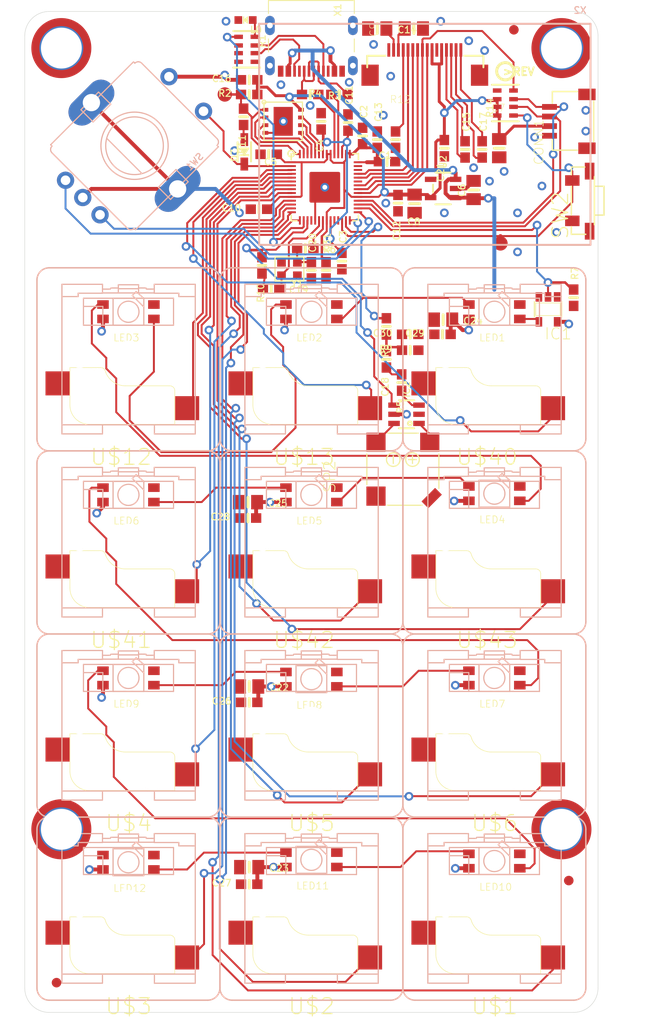
<source format=kicad_pcb>
(kicad_pcb (version 20211014) (generator pcbnew)
  (layers (0 "F.Cu" signal) (31 "B.Cu" signal) (34 "B.Paste" user) (35 "F.Paste" user) (36 "B.SilkS" user "B.Silkscreen") (37 "F.SilkS" user "F.Silkscreen") (38 "B.Mask" user) (39 "F.Mask" user) (44 "Edge.Cuts" user))
  (net 0 "")
  (net 1 "GND")
  (net 2 "MISO")
  (net 3 "LED")
  (net 4 "N$2")
  (net 5 "D+")
  (net 6 "D-")
  (net 7 "~{RESET}")
  (net 8 "QSPI_DATA[0]")
  (net 9 "QSPI_DATA[1]")
  (net 10 "QSPI_SCK")
  (net 11 "QSPI_CS")
  (net 12 "QSPI_DATA[2]")
  (net 13 "QSPI_DATA[3]")
  (net 14 "1.2V")
  (net 15 "N$5")
  (net 16 "N$6")
  (net 17 "N$7")
  (net 18 "USBBOOT")
  (net 19 "N$4")
  (net 20 "5.0V")
  (net 21 "3.3V")
  (net 22 "N$1")
  (net 23 "N$3")
  (net 24 "CC2")
  (net 25 "CC1")
  (net 26 "GP9")
  (net 27 "GP8")
  (net 28 "GP1")
  (net 29 "GP2")
  (net 30 "GP3")
  (net 31 "GP4")
  (net 32 "GP5")
  (net 33 "GP6")
  (net 34 "GP7")
  (net 35 "GP10")
  (net 36 "GP11")
  (net 37 "GP12")
  (net 38 "ROTA")
  (net 39 "ROTB")
  (net 40 "N$10")
  (net 41 "N$11")
  (net 42 "N$12")
  (net 43 "N$13")
  (net 44 "N$14")
  (net 45 "N$15")
  (net 46 "N$16")
  (net 47 "N$17")
  (net 48 "N$18")
  (net 49 "N$19")
  (net 50 "N$20")
  (net 51 "NEOPIX_5V")
  (net 52 "NEOPIX")
  (net 53 "SDA")
  (net 54 "SCL")
  (net 55 "N$21")
  (net 56 "VCOMH")
  (net 57 "SPEAKER")
  (net 58 "VCC")
  (net 59 "OLED_CS")
  (net 60 "OLED_RST")
  (net 61 "OLED_DC")
  (net 62 "SCK")
  (net 63 "MOSI")
  (net 64 "N$23")
  (net 65 "N$24")
  (net 66 "N$25")
  (net 67 "N$26")
  (net 68 "N$8")
  (net 69 "N$9")
  (net 70 "N$22")
  (net 71 "N$27")
  (net 72 "SPKR_SD")
  (net 73 "N$100")
  (footprint "boardEagle:0603-NO" (layer "F.Cu") (at 157.5181 72.8726 -90)
    (fp_text reference "C12")
    (fp_text value "0.1uF")
  )
  (footprint "boardEagle:SMT_NUT_3MM" (layer "F.Cu") (at 174.5361 138.0236)
    (fp_text reference "TP2" hide)
    (fp_text value "SEWTAP_SMTNUTM3" hide)
  )
  (footprint "boardEagle:0603-NO" (layer "F.Cu") (at 144.3101 81.7626)
    (fp_text reference "C19")
    (fp_text value "12pF")
  )
  (footprint "boardEagle:QFN56_7MM_REDUCEDEPAD" (layer "F.Cu") (at 149.8981 71.2216)
    (fp_text reference "IC3" hide)
    (fp_text value "RP2040_QFN56" hide)
  )
  (footprint "boardEagle:JST_SH4" (layer "F.Cu") (at 175.8061 64.3636 90)
    (fp_text reference "CONN1")
    (fp_text value "STEMMA_I2C_QT" hide)
  )
  (footprint "boardEagle:TESTPOINT_ROUND_1.5MM_NO" (layer "F.Cu") (at 168.1861 77.0636)
    (fp_text reference "TP5" hide)
    (fp_text value "" hide)
  )
  (footprint "boardEagle:BUZZER_SMT_7.5MM" (layer "F.Cu") (at 158.0261 100.5586 90)
    (fp_text reference "SP2")
    (fp_text value "7.5mm SPK")
  )
  (footprint "boardEagle:0603-NO" (layer "F.Cu") (at 150.0251 79.8576 90)
    (fp_text reference "C31")
    (fp_text value "0.1uF")
  )
  (footprint "boardEagle:SPST_TACTILE_RA" (layer "F.Cu") (at 176.5681 72.6186 90)
    (fp_text reference "SW2")
    (fp_text value "RA SW" hide)
  )
  (footprint "boardEagle:0603-NO" (layer "F.Cu") (at 148.5011 79.8576 90)
    (fp_text reference "C20")
    (fp_text value "12pF")
  )
  (footprint "boardEagle:0603-NO" (layer "F.Cu") (at 156.3116 89.1286 -90)
    (fp_text reference "C18")
    (fp_text value "0.1uF")
  )
  (footprint "boardEagle:0603-NO" (layer "F.Cu") (at 143.0401 73.5076 180)
    (fp_text reference "C10")
    (fp_text value "0.1uF")
  )
  (footprint "boardEagle:USB_C_CUSB31-CFM2AX-01-X" (layer "F.Cu") (at 148.5011 55.6006 180)
    (fp_text reference "X1")
    (fp_text value "TYPE C")
  )
  (footprint "boardEagle:0805-NO" (layer "F.Cu") (at 168.0591 67.1576 90)
    (fp_text reference "C7")
    (fp_text value "10uF")
  )
  (footprint "boardEagle:CHIPLED_0603_NOOUTLINE" (layer "F.Cu") (at 141.6431 53.8226 90)
    (fp_text reference "L0")
    (fp_text value "RED")
  )
  (footprint "boardEagle:CRYSTAL_2.5X2" (layer "F.Cu") (at 146.2151 79.7306 180)
    (fp_text reference "Y1")
    (fp_text value "12MHZ")
  )
  (footprint "boardEagle:0603-NO" (layer "F.Cu") (at 157.8991 91.5416 -90)
    (fp_text reference "R5")
    (fp_text value "47K")
  )
  (footprint "boardEagle:0603-NO" (layer "F.Cu") (at 151.4221 61.5696 180)
    (fp_text reference "R4")
    (fp_text value "22")
  )
  (footprint "boardEagle:SMT_NUT_3MM" (layer "F.Cu") (at 122.4661 138.0236)
    (fp_text reference "TP1" hide)
    (fp_text value "SEWTAP_SMTNUTM3" hide)
  )
  (footprint "boardEagle:0805-NO" (layer "F.Cu") (at 142.0241 141.9606)
    (fp_text reference "C23")
    (fp_text value "10uF")
  )
  (footprint "boardEagle:0603-NO" (layer "F.Cu") (at 155.3591 66.2686 90)
    (fp_text reference "C13")
    (fp_text value "0.1uF")
  )
  (footprint "boardEagle:SMT_NUT_3MM" (layer "F.Cu") (at 122.4661 56.7436)
    (fp_text reference "TP3" hide)
    (fp_text value "SEWTAP_SMTNUTM3" hide)
  )
  (footprint "boardEagle:0603-NO" (layer "F.Cu") (at 143.3576 79.3496 -90)
    (fp_text reference "R10")
    (fp_text value "10K")
  )
  (footprint "boardEagle:0603-NO" (layer "F.Cu") (at 147.8661 77.5716)
    (fp_text reference "R6")
    (fp_text value "1K")
  )
  (footprint "boardEagle:0603-NO" (layer "F.Cu") (at 158.7881 88.1761 180)
    (fp_text reference "R9")
    (fp_text value "DNP")
  )
  (footprint "boardEagle:0603-NO" (layer "F.Cu") (at 142.0241 61.5696 180)
    (fp_text reference "R2")
    (fp_text value "10k")
  )
  (footprint "boardEagle:0603-NO" (layer "F.Cu") (at 141.4399 63.8937 -90)
    (fp_text reference "R11")
    (fp_text value "1K")
  )
  (footprint "boardEagle:SOT23-6" (layer "F.Cu") (at 158.4071 94.8436 90)
    (fp_text reference "IC2")
    (fp_text value "PAM8301")
  )
  (footprint "boardEagle:FIDUCIAL_1MM" (layer "F.Cu") (at 169.5831 54.8386)
    (fp_text reference "U$34" hide)
    (fp_text value "FIDUCIAL_1MM" hide)
  )
  (footprint "boardEagle:0805-NO" (layer "F.Cu") (at 159.1691 54.7116 180)
    (fp_text reference "C9")
    (fp_text value "10uF")
  )
  (footprint "boardEagle:FIDUCIAL_1MM" (layer "F.Cu") (at 175.2981 143.3576)
    (fp_text reference "U$80" hide)
    (fp_text value "FIDUCIAL_1MM" hide)
  )
  (footprint "boardEagle:0603-NO" (layer "F.Cu") (at 142.0241 124.8156 180)
    (fp_text reference "C26")
    (fp_text value "0.1uF")
  )
  (footprint "boardEagle:0603-NO" (layer "F.Cu") (at 152.3111 64.4906 90)
    (fp_text reference "C11")
    (fp_text value "1uF")
  )
  (footprint "boardEagle:0805-NO" (layer "F.Cu") (at 155.3591 54.7116)
    (fp_text reference "C14")
    (fp_text value "10uF")
  )
  (footprint "boardEagle:0603-NO" (layer "F.Cu") (at 142.0241 60.0456 180)
    (fp_text reference "C16")
    (fp_text value "0.1uF")
  )
  (footprint "boardEagle:0603-NO" (layer "F.Cu") (at 162.3441 67.1576 90)
    (fp_text reference "C21")
    (fp_text value "0.1uF")
  )
  (footprint "boardEagle:SOT23-5" (layer "F.Cu") (at 173.1391 83.9216 180)
    (fp_text reference "IC1")
    (fp_text value "74HCT1G125DBV")
  )
  (footprint "boardEagle:0603-NO" (layer "F.Cu") (at 141.8971 105.6386 180)
    (fp_text reference "C28")
    (fp_text value "0.1uF")
  )
  (footprint "boardEagle:0603-NO" (layer "F.Cu") (at 156.3751 68.5546)
    (fp_text reference "C1")
    (fp_text value "1uF")
  )
  (footprint "boardEagle:SOD-323" (layer "F.Cu") (at 141.5161 67.5386 90)
    (fp_text reference "D3")
    (fp_text value "1N4148")
  )
  (footprint "boardEagle:0603-NO" (layer "F.Cu") (at 144.0561 67.7926 180)
    (fp_text reference "C5")
    (fp_text value "0.1uF")
  )
  (footprint "boardEagle:0603-NO" (layer "F.Cu") (at 162.1536 86.5251 180)
    (fp_text reference "C29")
    (fp_text value "0.1uF")
  )
  (footprint "boardEagle:0603-NO" (layer "F.Cu") (at 157.2641 66.2686 90)
    (fp_text reference "R12")
    (fp_text value "680K")
  )
  (footprint "boardEagle:RESPACK_4X0603" (layer "F.Cu") (at 168.6941 62.4586 90)
    (fp_text reference "R14")
    (fp_text value "5.1K")
  )
  (footprint "boardEagle:0603-NO" (layer "F.Cu") (at 153.8351 65.8876 90)
    (fp_text reference "C2")
    (fp_text value "1uF")
  )
  (footprint "boardEagle:USON8_4X4" (layer "F.Cu") (at 145.5674 64.3636)
    (fp_text reference "U1" hide)
    (fp_text value "GD25x16" hide)
  )
  (footprint "boardEagle:0805-NO" (layer "F.Cu") (at 142.0241 123.1646)
    (fp_text reference "C22")
    (fp_text value "10uF")
  )
  (footprint "boardEagle:0603-NO" (layer "F.Cu") (at 158.7881 86.5251 180)
    (fp_text reference "C30")
    (fp_text value "10nF")
  )
  (footprint "boardEagle:0805-NO" (layer "F.Cu") (at 165.3902 71.5087 90)
    (fp_text reference "C6")
    (fp_text value "10µF")
  )
  (footprint "boardEagle:0603-NO" (layer "F.Cu") (at 164.5031 67.2846 90)
    (fp_text reference "C15")
    (fp_text value "1uF")
  )
  (footprint "boardEagle:0603-NO" (layer "F.Cu") (at 166.2811 67.2846 90)
    (fp_text reference "C17")
    (fp_text value "1uF")
  )
  (footprint "boardEagle:PCBFEAT-REV-040" (layer "F.Cu") (at 168.6941 59.1566)
    (fp_text reference "U$81" hide)
    (fp_text value "" hide)
  )
  (footprint "boardEagle:0805-NO" (layer "F.Cu") (at 141.8971 103.9876)
    (fp_text reference "C25")
    (fp_text value "10uF")
  )
  (footprint "boardEagle:TESTPOINT_ROUND_1.5MM_NO" (layer "F.Cu") (at 139.4841 61.5696)
    (fp_text reference "TP6" hide)
    (fp_text value "" hide)
  )
  (footprint "boardEagle:0805-NO" (layer "F.Cu") (at 159.2476 72.9326 -90)
    (fp_text reference "C8")
    (fp_text value "10µF")
  )
  (footprint "boardEagle:0805-NO" (layer "F.Cu") (at 162.2171 85.0011)
    (fp_text reference "C24")
    (fp_text value "10uF")
  )
  (footprint "boardEagle:RESPACK_4X0603" (layer "F.Cu") (at 141.7701 56.8706 -90)
    (fp_text reference "R1")
    (fp_text value "5.1K")
  )
  (footprint "boardEagle:0603-NO" (layer "F.Cu") (at 156.3116 85.6996 -90)
    (fp_text reference "R8")
    (fp_text value "1K")
  )
  (footprint "boardEagle:0603-NO" (layer "F.Cu") (at 148.3741 61.5696)
    (fp_text reference "R3")
    (fp_text value "22")
  )
  (footprint "boardEagle:FIDUCIAL_1MM" (layer "F.Cu") (at 121.9638 153.9784)
    (fp_text reference "U$35" hide)
    (fp_text value "FIDUCIAL_1MM" hide)
  )
  (footprint "boardEagle:SOT23-5" (layer "F.Cu") (at 162.2171 71.3486 90)
    (fp_text reference "U2")
    (fp_text value "AP2112K-3.3")
  )
  (footprint "boardEagle:0603-NO" (layer "F.Cu") (at 142.0241 143.7386 180)
    (fp_text reference "C27")
    (fp_text value "0.1uF")
  )
  (footprint "boardEagle:0603-NO" (layer "F.Cu") (at 151.6761 78.9051 90)
    (fp_text reference "C3")
    (fp_text value "0.1uF")
  )
  (footprint "boardEagle:0603-NO" (layer "F.Cu") (at 149.5171 64.3636 -90)
    (fp_text reference "C4")
    (fp_text value "0.1uF")
  )
  (footprint "boardEagle:MACROPAD_BOTTOM" (layer "F.Cu") (at 118.6561 157.0736)
    (fp_text reference "U$79" hide)
    (fp_text value "" hide)
  )
  (footprint "boardEagle:0603-NO" (layer "F.Cu") (at 175.8061 82.7151 90)
    (fp_text reference "R7")
    (fp_text value "10K")
  )
  (footprint "boardEagle:SMT_NUT_3MM" (layer "F.Cu") (at 174.5361 56.7436)
    (fp_text reference "TP4" hide)
    (fp_text value "SEWTAP_SMTNUTM3" hide)
  )
  (footprint "boardEagle:KAILH_SOCKET" (layer "B.Cu") (at 129.4511 127.2286)
    (fp_text reference "U$4")
    (fp_text value "SOCKET")
  )
  (footprint "boardEagle:ZJY130-2864KSWLG22" (layer "B.Cu") (at 160.3121 63.6651 180)
    (fp_text reference "X2")
    (fp_text value "ZJY130-2864KSWLG22")
  )
  (footprint "boardEagle:NEO3535_REVERSE" (layer "B.Cu") (at 148.5011 122.4026 180)
    (fp_text reference "LED8")
    (fp_text value "WS2812B_SK6812E")
  )
  (footprint "boardEagle:NEO3535_REVERSE" (layer "B.Cu") (at 148.5011 84.1756 180)
    (fp_text reference "LED2")
    (fp_text value "WS2812B_SK6812E")
  )
  (footprint "boardEagle:NEO3535_REVERSE" (layer "B.Cu") (at 167.5511 141.3256 180)
    (fp_text reference "LED10")
    (fp_text value "WS2812B_SK6812E")
  )
  (footprint "boardEagle:KAILH_SOCKET" (layer "B.Cu") (at 129.4511 108.1786)
    (fp_text reference "U$41")
    (fp_text value "SOCKET")
  )
  (footprint "boardEagle:KAILH_SOCKET" (layer "B.Cu") (at 148.5011 108.1786)
    (fp_text reference "U$42")
    (fp_text value "SOCKET")
  )
  (footprint "boardEagle:PEC11+SWITCH" (layer "B.Cu") (at 130.0861 66.9036 135)
    (fp_text reference "SW1")
    (fp_text value "PEC11")
  )
  (footprint "boardEagle:KAILH_SOCKET" (layer "B.Cu") (at 129.4511 146.2786)
    (fp_text reference "U$3")
    (fp_text value "SOCKET")
  )
  (footprint "boardEagle:NEO3535_REVERSE" (layer "B.Cu") (at 148.5011 103.2256 180)
    (fp_text reference "LED5")
    (fp_text value "WS2812B_SK6812E")
  )
  (footprint "boardEagle:NEO3535_REVERSE" (layer "B.Cu") (at 129.4511 122.2756 180)
    (fp_text reference "LED9")
    (fp_text value "WS2812B_SK6812E")
  )
  (footprint "boardEagle:NEO3535_REVERSE" (layer "B.Cu") (at 129.4511 103.2256 180)
    (fp_text reference "LED6")
    (fp_text value "WS2812B_SK6812E")
  )
  (footprint "boardEagle:KAILH_SOCKET" (layer "B.Cu") (at 167.5511 127.2286)
    (fp_text reference "U$6")
    (fp_text value "SOCKET")
  )
  (footprint "boardEagle:KAILH_SOCKET" (layer "B.Cu") (at 148.5011 127.2286)
    (fp_text reference "U$5")
    (fp_text value "SOCKET")
  )
  (footprint "boardEagle:KAILH_SOCKET" (layer "B.Cu") (at 167.5511 146.2786)
    (fp_text reference "U$1")
    (fp_text value "SOCKET")
  )
  (footprint "boardEagle:NEO3535_REVERSE" (layer "B.Cu") (at 167.5511 84.1756 180)
    (fp_text reference "LED1")
    (fp_text value "WS2812B_SK6812E")
  )
  (footprint "boardEagle:KAILH_SOCKET" (layer "B.Cu") (at 167.5511 89.1286)
    (fp_text reference "U$40")
    (fp_text value "SOCKET")
  )
  (footprint "boardEagle:NEO3535_REVERSE" (layer "B.Cu") (at 167.5511 103.0986 180)
    (fp_text reference "LED4")
    (fp_text value "WS2812B_SK6812E")
  )
  (footprint "boardEagle:NEO3535_REVERSE" (layer "B.Cu") (at 129.4511 141.4526 180)
    (fp_text reference "LED12")
    (fp_text value "WS2812B_SK6812E")
  )
  (footprint "boardEagle:KAILH_SOCKET" (layer "B.Cu") (at 167.5511 108.1786)
    (fp_text reference "U$43")
    (fp_text value "SOCKET")
  )
  (footprint "boardEagle:KAILH_SOCKET" (layer "B.Cu") (at 148.5011 89.1286)
    (fp_text reference "U$13")
    (fp_text value "SOCKET")
  )
  (footprint "boardEagle:NEO3535_REVERSE" (layer "B.Cu") (at 167.5511 122.2756 180)
    (fp_text reference "LED7")
    (fp_text value "WS2812B_SK6812E")
  )
  (footprint "boardEagle:MACROPAD_TOP" (layer "B.Cu") (at 178.0921 156.5656 180)
    (fp_text reference "U$78" hide)
    (fp_text value "" hide)
  )
  (footprint "boardEagle:KAILH_SOCKET" (layer "B.Cu") (at 148.5011 146.2786)
    (fp_text reference "U$2")
    (fp_text value "SOCKET")
  )
  (footprint "boardEagle:NEO3535_REVERSE" (layer "B.Cu") (at 129.4511 84.1756 180)
    (fp_text reference "LED3")
    (fp_text value "WS2812B_SK6812E")
  )
  (footprint "boardEagle:NEO3535_REVERSE" (layer "B.Cu") (at 148.5011 141.1986 180)
    (fp_text reference "LED11")
    (fp_text value "WS2812B_SK6812E")
  )
  (footprint "boardEagle:KAILH_SOCKET" (layer "B.Cu") (at 129.4511 89.1286)
    (fp_text reference "U$12")
    (fp_text value "SOCKET")
  )
  (gr_line (start 118.6561 55.4736) (end 118.6561 154.5336) (layer "Edge.Cuts") (width 0.05))
  (gr_line (start 121.1961 157.0736) (end 175.8061 157.0736) (layer "Edge.Cuts") (width 0.05))
  (gr_arc (start 178.3461 154.5336) (mid 177.602151 156.329651) (end 175.8061 157.0736) (layer "Edge.Cuts") (width 0.05))
  (gr_arc (start 121.1961 157.0736) (mid 119.400049 156.329651) (end 118.6561 154.5336) (layer "Edge.Cuts") (width 0.05))
  (gr_line (start 175.8061 52.9336) (end 121.1961 52.9336) (layer "Edge.Cuts") (width 0.05))
  (gr_arc (start 175.8061 52.9336) (mid 177.602151 53.677549) (end 178.3461 55.4736) (layer "Edge.Cuts") (width 0.05))
  (gr_line (start 178.3461 154.5336) (end 178.3461 55.4736) (layer "Edge.Cuts") (width 0.05))
  (gr_arc (start 118.6561 55.4736) (mid 119.400049 53.677549) (end 121.1961 52.9336) (layer "Edge.Cuts") (width 0.05))
  (segment (start 134.576228 71.393729) (end 125.595975 62.413475) (width 0.4064) (layer "F.Cu") (net 1))
  (segment (start 165.3902 70.5587) (end 164.6003 71.3486) (width 0.4064) (layer "F.Cu") (net 1))
  (segment (start 145.4531 65.5636) (end 145.4531 64.3636) (width 0.2032) (layer "F.Cu") (net 1))
  (segment (start 143.4601 81.7626) (end 143.781881 79.775319) (width 0.2032) (layer "F.Cu") (net 1))
  (segment (start 148.8981 74.6716) (end 148.8981 71.2216) (width 0.2032) (layer "F.Cu") (net 1))
  (segment (start 148.8981 71.2216) (end 149.8981 71.2216) (width 0.254) (layer "F.Cu") (net 1))
  (segment (start 124.697946 72.291757) (end 125.595975 71.393729) (width 0.4064) (layer "F.Cu") (net 1))
  (segment (start 139.411896 59.719397) (end 139.7381 60.0456) (width 0.4064) (layer "F.Cu") (net 1))
  (segment (start 125.595975 71.393729) (end 134.576228 71.393729) (width 0.4064) (layer "F.Cu") (net 1))
  (segment (start 143.7174 65.5636) (end 145.4531 65.5636) (width 0.2032) (layer "F.Cu") (net 1))
  (segment (start 139.7381 60.0456) (end 141.1741 60.0456) (width 0.4064) (layer "F.Cu") (net 1))
  (segment (start 143.781881 79.775319) (end 143.3576 80.1996) (width 0.2032) (layer "F.Cu") (net 1))
  (segment (start 145.4531 64.3636) (end 145.5801 64.3636) (width 0.2032) (layer "F.Cu") (net 1))
  (segment (start 164.6003 71.3486) (end 163.5172 71.3486) (width 0.4064) (layer "F.Cu") (net 1))
  (segment (start 133.678203 59.719397) (end 139.411896 59.719397) (width 0.4064) (layer "F.Cu") (net 1))
  (via (at 169.9641 73.8886) (size 0.9064) (drill 0.5) (layers "F.Cu" "B.Cu") (net 1))
  (via (at 141.0081 73.8886) (size 0.9064) (drill 0.5) (layers "F.Cu" "B.Cu") (net 1))
  (via (at 139.4841 59.5376) (size 0.9064) (drill 0.5) (layers "F.Cu" "B.Cu") (net 1))
  (via (at 145.5801 64.3636) (size 0.9064) (drill 0.5) (layers "F.Cu" "B.Cu") (net 1))
  (via (at 148.3741 62.7126) (size 0.9064) (drill 0.5) (layers "F.Cu" "B.Cu") (net 1))
  (via (at 171.7421 66.0146) (size 0.9064) (drill 0.5) (layers "F.Cu" "B.Cu") (net 1))
  (via (at 169.9641 77.9526) (size 0.9064) (drill 0.5) (layers "F.Cu" "B.Cu") (net 1))
  (via (at 177.0761 63.2206) (size 0.9064) (drill 0.5) (layers "F.Cu" "B.Cu") (net 1))
  (via (at 174.0281 75.9206) (size 0.9064) (drill 0.5) (layers "F.Cu" "B.Cu") (net 1))
  (via (at 140.5001 67.4116) (size 0.9064) (drill 0.5) (layers "F.Cu" "B.Cu") (net 1))
  (via (at 167.0431 70.5866) (size 0.9064) (drill 0.5) (layers "F.Cu" "B.Cu") (net 1))
  (via (at 164.8841 55.9816) (size 0.9064) (drill 0.5) (layers "F.Cu" "B.Cu") (net 1))
  (via (at 145.3261 60.5536) (size 0.9064) (drill 0.5) (layers "F.Cu" "B.Cu") (net 1))
  (via (at 156.2481 72.8726) (size 0.9064) (drill 0.5) (layers "F.Cu" "B.Cu") (net 1))
  (via (at 177.0761 65.3796) (size 0.9064) (drill 0.5) (layers "F.Cu" "B.Cu") (net 1))
  (via (at 155.9941 63.7286) (size 0.9064) (drill 0.5) (layers "F.Cu" "B.Cu") (net 1))
  (via (at 161.9631 53.9496) (size 0.9064) (drill 0.5) (layers "F.Cu" "B.Cu") (net 1))
  (via (at 139.6111 53.9496) (size 0.9064) (drill 0.5) (layers "F.Cu" "B.Cu") (net 1))
  (via (at 166.5351 56.9976) (size 0.9064) (drill 0.5) (layers "F.Cu" "B.Cu") (net 1))
  (via (at 165.3921 69.1896) (size 0.9064) (drill 0.5) (layers "F.Cu" "B.Cu") (net 1))
  (via (at 154.9781 56.3626) (size 0.9064) (drill 0.5) (layers "F.Cu" "B.Cu") (net 1))
  (via (at 152.4381 60.2996) (size 0.9064) (drill 0.5) (layers "F.Cu" "B.Cu") (net 1))
  (via (at 156.7561 59.6646) (size 0.9064) (drill 0.5) (layers "F.Cu" "B.Cu") (net 1))
  (via (at 149.8981 71.2216) (size 0.9064) (drill 0.5) (layers "F.Cu" "B.Cu") (net 1))
  (via (at 168.5671 69.5706) (size 0.9064) (drill 0.5) (layers "F.Cu" "B.Cu") (net 1))
  (via (at 162.3441 73.8886) (size 0.9064) (drill 0.5) (layers "F.Cu" "B.Cu") (net 1))
  (via (at 172.5041 71.0946) (size 0.9064) (drill 0.5) (layers "F.Cu" "B.Cu") (net 1))
  (segment (start 138.513228 71.393729) (end 141.0081 73.8886) (width 0.4064) (layer "B.Cu") (net 1))
  (segment (start 134.576228 71.393729) (end 138.513228 71.393729) (width 0.4064) (layer "B.Cu") (net 1))
  (segment (start 146.396128 75.466629) (end 145.253128 76.609629) (width 0.2032) (layer "F.Cu") (net 3))
  (segment (start 147.6981 75.3266) (end 147.558071 75.466629) (width 0.2032) (layer "F.Cu") (net 3))
  (segment (start 147.558071 75.466629) (end 146.396128 75.466629) (width 0.2032) (layer "F.Cu") (net 3))
  (segment (start 145.253128 76.609629) (end 144.872128 76.609629) (width 0.2032) (layer "F.Cu") (net 3))
  (segment (start 144.872128 76.609629) (end 144.554628 76.927129) (width 0.2032) (layer "F.Cu") (net 3))
  (segment (start 139.7381 55.6006) (end 139.7681 55.5706) (width 0.2032) (layer "F.Cu") (net 3))
  (segment (start 139.7681 55.5706) (end 140.9201 55.5706) (width 0.2032) (layer "F.Cu") (net 3))
  (segment (start 147.6981 74.6716) (end 147.6981 75.3266) (width 0.2032) (layer "F.Cu") (net 3))
  (via (at 144.554628 76.927129) (size 0.9064) (drill 0.5) (layers "F.Cu" "B.Cu") (net 3))
  (via (at 139.7381 55.6006) (size 0.9064) (drill 0.5) (layers "F.Cu" "B.Cu") (net 3))
  (segment (start 140.7541 56.6166) (end 140.7541 60.9346) (width 0.2032) (layer "B.Cu") (net 3))
  (segment (start 144.554628 64.735129) (end 140.7541 60.9346) (width 0.2032) (layer "B.Cu") (net 3))
  (segment (start 140.7541 56.6166) (end 139.7381 55.6006) (width 0.2032) (layer "B.Cu") (net 3))
  (segment (start 144.554628 76.927129) (end 144.554628 64.735129) (width 0.2032) (layer "B.Cu") (net 3))
  (segment (start 142.6201 54.0496) (end 142.6201 55.5706) (width 0.2032) (layer "F.Cu") (net 4))
  (segment (start 142.3931 53.8226) (end 142.6201 54.0496) (width 0.2032) (layer "F.Cu") (net 4))
  (segment (start 149.2241 61.787969) (end 149.2241 61.5696) (width 0.2032) (layer "F.Cu") (net 5))
  (segment (start 150.8981 63.461969) (end 149.2241 61.787969) (width 0.2032) (layer "F.Cu") (net 5))
  (segment (start 150.8981 67.7716) (end 150.8981 63.461969) (width 0.2032) (layer "F.Cu") (net 5))
  (segment (start 150.5721 61.5696) (end 151.2981 62.2956) (width 0.2032) (layer "F.Cu") (net 6))
  (segment (start 151.2981 62.2956) (end 151.2981 67.7716) (width 0.2032) (layer "F.Cu") (net 6))
  (segment (start 175.2981 69.1896) (end 175.6681 69.5596) (width 0.2032) (layer "F.Cu") (net 7))
  (segment (start 168.1861 76.3016) (end 172.1231 76.3016) (width 0.2032) (layer "F.Cu") (net 7))
  (segment (start 152.3111 76.3016) (end 168.1861 76.3016) (width 0.2032) (layer "F.Cu") (net 7))
  (segment (start 151.6981 74.6716) (end 151.6981 75.6886) (width 0.2032) (layer "F.Cu") (net 7))
  (segment (start 170.7561 63.7586) (end 170.9801 63.9826) (width 0.2032) (layer "F.Cu") (net 7))
  (segment (start 175.6681 69.5596) (end 175.6681 70.5186) (width 0.2032) (layer "F.Cu") (net 7))
  (segment (start 151.6981 75.6886) (end 152.3111 76.3016) (width 0.2032) (layer "F.Cu") (net 7))
  (segment (start 168.1861 77.0636) (end 168.1861 76.3016) (width 0.4064) (layer "F.Cu") (net 7))
  (segment (start 169.5441 63.7586) (end 170.7561 63.7586) (width 0.2032) (layer "F.Cu") (net 7))
  (segment (start 175.6681 72.7566) (end 172.1231 76.3016) (width 0.2032) (layer "F.Cu") (net 7))
  (segment (start 175.6681 70.5186) (end 175.6681 72.7566) (width 0.2032) (layer "F.Cu") (net 7))
  (via (at 170.9801 63.9826) (size 0.9064) (drill 0.5) (layers "F.Cu" "B.Cu") (net 7))
  (via (at 175.2981 69.1896) (size 0.9064) (drill 0.5) (layers "F.Cu" "B.Cu") (net 7))
  (segment (start 173.6471 69.4436) (end 175.0441 69.4436) (width 0.2032) (layer "B.Cu") (net 7))
  (segment (start 170.9801 63.9826) (end 170.9801 66.7766) (width 0.2032) (layer "B.Cu") (net 7))
  (segment (start 170.9801 66.7766) (end 173.6471 69.4436) (width 0.2032) (layer "B.Cu") (net 7))
  (segment (start 175.0441 69.4436) (end 175.2981 69.1896) (width 0.2032) (layer "B.Cu") (net 7))
  (segment (start 148.4981 66.7713) (end 147.4174 65.6906) (width 0.2032) (layer "F.Cu") (net 8))
  (segment (start 148.4981 67.7716) (end 148.4981 66.7713) (width 0.2032) (layer "F.Cu") (net 8))
  (segment (start 147.4174 65.6906) (end 147.4174 65.5636) (width 0.2032) (layer "F.Cu") (net 8))
  (segment (start 143.24385 66.524) (end 146.9785 66.524) (width 0.2032) (layer "F.Cu") (net 9))
  (segment (start 142.6591 64.4906) (end 142.6591 65.93925) (width 0.2032) (layer "F.Cu") (net 9))
  (segment (start 147.6981 67.238969) (end 147.6981 67.7716) (width 0.2032) (layer "F.Cu") (net 9))
  (segment (start 143.7174 63.9636) (end 143.1861 63.9636) (width 0.2032) (layer "F.Cu") (net 9))
  (segment (start 142.6591 65.93925) (end 143.24385 66.524) (width 0.2032) (layer "F.Cu") (net 9))
  (segment (start 147.5092 67.0547) (end 147.513831 67.0547) (width 0.2032) (layer "F.Cu") (net 9))
  (segment (start 147.513831 67.0547) (end 147.6981 67.238969) (width 0.2032) (layer "F.Cu") (net 9))
  (segment (start 143.1861 63.9636) (end 142.6591 64.4906) (width 0.2032) (layer "F.Cu") (net 9))
  (segment (start 146.9785 66.524) (end 147.5092 67.0547) (width 0.2032) (layer "F.Cu") (net 9))
  (segment (start 147.7581 64.7636) (end 147.9968 65.0023) (width 0.2032) (layer "F.Cu") (net 10))
  (segment (start 148.8981 66.632482) (end 148.8981 67.7716) (width 0.2032) (layer "F.Cu") (net 10))
  (segment (start 147.9968 65.0023) (end 147.9968 65.731182) (width 0.2032) (layer "F.Cu") (net 10))
  (segment (start 147.9968 65.731182) (end 148.8981 66.632482) (width 0.2032) (layer "F.Cu") (net 10))
  (segment (start 147.4174 64.7636) (end 147.7581 64.7636) (width 0.2032) (layer "F.Cu") (net 10))
  (segment (start 146.925281 67.7716) (end 146.058681 66.905) (width 0.2032) (layer "F.Cu") (net 11))
  (segment (start 141.4399 63.0437) (end 142.2781 63.8819) (width 0.2032) (layer "F.Cu") (net 11))
  (segment (start 143.2241 63.1636) (end 143.7174 63.1636) (width 0.2032) (layer "F.Cu") (net 11))
  (segment (start 140.9201 61.5696) (end 141.1741 61.8236) (width 0.254) (layer "F.Cu") (net 11))
  (segment (start 141.1741 61.5696) (end 141.1741 61.8236) (width 0.2032) (layer "F.Cu") (net 11))
  (segment (start 139.4841 61.5696) (end 140.9201 61.5696) (width 0.254) (layer "F.Cu") (net 11))
  (segment (start 142.2781 64.1096) (end 143.2241 63.1636) (width 0.2032) (layer "F.Cu") (net 11))
  (segment (start 141.1741 61.8236) (end 141.1741 62.7779) (width 0.2032) (layer "F.Cu") (net 11))
  (segment (start 146.058681 66.905) (end 143.086031 66.905) (width 0.2032) (layer "F.Cu") (net 11))
  (segment (start 143.086031 66.905) (end 142.2781 66.097069) (width 0.2032) (layer "F.Cu") (net 11))
  (segment (start 147.2981 67.7716) (end 146.925281 67.7716) (width 0.2032) (layer "F.Cu") (net 11))
  (segment (start 142.2781 66.097069) (end 142.2781 64.1096) (width 0.2032) (layer "F.Cu") (net 11))
  (segment (start 142.2781 63.8819) (end 142.2781 64.1096) (width 0.2032) (layer "F.Cu") (net 11))
  (segment (start 141.1741 62.7779) (end 141.4399 63.0437) (width 0.2032) (layer "F.Cu") (net 11))
  (segment (start 144.450268 66.1416) (end 143.400268 66.1416) (width 0.2032) (layer "F.Cu") (net 12))
  (segment (start 148.0981 67.037119) (end 147.203981 66.143) (width 0.2032) (layer "F.Cu") (net 12))
  (segment (start 143.0401 65.2526) (end 143.5291 64.7636) (width 0.2032) (layer "F.Cu") (net 12))
  (segment (start 148.0981 67.7716) (end 148.0981 67.037119) (width 0.2032) (layer "F.Cu") (net 12))
  (segment (start 143.400268 66.1416) (end 143.0401 65.781432) (width 0.2032) (layer "F.Cu") (net 12))
  (segment (start 143.5291 64.7636) (end 143.7174 64.7636) (width 0.2032) (layer "F.Cu") (net 12))
  (segment (start 143.0401 65.781432) (end 143.0401 65.2526) (width 0.2032) (layer "F.Cu") (net 12))
  (segment (start 144.451668 66.143) (end 144.450268 66.1416) (width 0.2032) (layer "F.Cu") (net 12))
  (segment (start 147.203981 66.143) (end 144.451668 66.143) (width 0.2032) (layer "F.Cu") (net 12))
  (segment (start 147.5931 63.9636) (end 147.4174 63.9636) (width 0.2032) (layer "F.Cu") (net 13))
  (segment (start 149.2791 67.7526) (end 149.2791 66.474663) (width 0.2032) (layer "F.Cu") (net 13))
  (segment (start 149.2981 67.7716) (end 149.2791 67.7526) (width 0.2032) (layer "F.Cu") (net 13))
  (segment (start 148.3778 64.7483) (end 147.5931 63.9636) (width 0.2032) (layer "F.Cu") (net 13))
  (segment (start 148.3778 65.573363) (end 148.3778 64.7483) (width 0.2032) (layer "F.Cu") (net 13))
  (segment (start 149.2791 66.474663) (end 148.3778 65.573363) (width 0.2032) (layer "F.Cu") (net 13))
  (segment (start 152.2061 66.5226) (end 152.2061 66.0806) (width 0.2032) (layer "F.Cu") (net 14))
  (segment (start 152.3111 65.9756) (end 152.2061 66.0806) (width 0.2032) (layer "F.Cu") (net 14))
  (segment (start 151.6981 67.7716) (end 151.6981 67.0096) (width 0.2032) (layer "F.Cu") (net 14))
  (segment (start 152.2061 66.5226) (end 152.1851 66.5226) (width 0.2032) (layer "F.Cu") (net 14))
  (segment (start 150.4981 74.6716) (end 150.4981 76.8771) (width 0.2032) (layer "F.Cu") (net 14))
  (segment (start 152.1851 66.5226) (end 151.6981 67.0096) (width 0.2032) (layer "F.Cu") (net 14))
  (segment (start 149.5171 65.2136) (end 149.7711 65.4676) (width 0.2032) (layer "F.Cu") (net 14))
  (segment (start 150.4981 74.6716) (end 150.4981 76.5676) (width 0.2032) (layer "F.Cu") (net 14))
  (segment (start 149.6981 65.3946) (end 149.6981 67.7716) (width 0.2032) (layer "F.Cu") (net 14))
  (segment (start 149.7711 65.4676) (end 149.7711 66.5226) (width 0.2032) (layer "F.Cu") (net 14))
  (segment (start 149.5171 65.2136) (end 149.6981 65.3946) (width 0.2032) (layer "F.Cu") (net 14))
  (segment (start 151.6761 78.0551) (end 150.4981 76.8771) (width 0.2032) (layer "F.Cu") (net 14))
  (segment (start 152.3111 65.9756) (end 152.3111 65.3406) (width 0.2032) (layer "F.Cu") (net 14))
  (segment (start 150.1264 66.5226) (end 149.7711 66.5226) (width 0.2032) (layer "F.Cu") (net 14))
  (segment (start 150.4696 76.5676) (end 150.4981 76.5676) (width 0.2032) (layer "F.Cu") (net 14))
  (via (at 152.2061 66.5226) (size 0.9064) (drill 0.5) (layers "F.Cu" "B.Cu") (net 14))
  (via (at 150.4696 76.5676) (size 0.9064) (drill 0.5) (layers "F.Cu" "B.Cu") (net 14))
  (via (at 150.1264 66.5226) (size 0.9064) (drill 0.5) (layers "F.Cu" "B.Cu") (net 14))
  (segment (start 150.1264 66.5226) (end 152.2061 66.5226) (width 0.2032) (layer "B.Cu") (net 14))
  (segment (start 152.2061 66.5226) (end 152.2061 73.8151) (width 0.2032) (layer "B.Cu") (net 14))
  (segment (start 150.4696 75.5516) (end 150.4696 76.5676) (width 0.2032) (layer "B.Cu") (net 14))
  (segment (start 152.2061 73.8151) (end 150.4696 75.5516) (width 0.2032) (layer "B.Cu") (net 14))
  (segment (start 145.1601 81.7626) (end 145.3901 81.9926) (width 0.2032) (layer "F.Cu") (net 15))
  (segment (start 149.2981 75.2506) (end 149.2981 74.6716) (width 0.2032) (layer "F.Cu") (net 15))
  (segment (start 145.3901 80.3556) (end 146.1521 79.5936) (width 0.2032) (layer "F.Cu") (net 15))
  (segment (start 145.3901 80.3556) (end 145.3901 81.9926) (width 0.2032) (layer "F.Cu") (net 15))
  (segment (start 146.1521 77.002969) (end 146.599468 76.5556) (width 0.2032) (layer "F.Cu") (net 15))
  (segment (start 146.599468 76.5556) (end 147.9931 76.5556) (width 0.2032) (layer "F.Cu") (net 15))
  (segment (start 146.1521 79.5936) (end 146.1521 77.002969) (width 0.2032) (layer "F.Cu") (net 15))
  (segment (start 147.9931 76.5556) (end 149.2981 75.2506) (width 0.2032) (layer "F.Cu") (net 15))
  (segment (start 147.1381 79.0076) (end 148.5011 79.0076) (width 0.2032) (layer "F.Cu") (net 16))
  (segment (start 147.0401 79.1056) (end 147.1381 79.0076) (width 0.2032) (layer "F.Cu") (net 16))
  (segment (start 147.0161 77.5716) (end 147.0161 79.0076) (width 0.2032) (layer "F.Cu") (net 16))
  (segment (start 148.5011 79.0076) (end 147.0161 79.0076) (width 0.2032) (layer "F.Cu") (net 16))
  (segment (start 148.7161 76.5556) (end 148.7161 77.5716) (width 0.2032) (layer "F.Cu") (net 17))
  (segment (start 149.6981 75.5736) (end 148.7161 76.5556) (width 0.2032) (layer "F.Cu") (net 17))
  (segment (start 149.6981 74.6716) (end 149.6981 75.5736) (width 0.2032) (layer "F.Cu") (net 17))
  (segment (start 140.7541 68.8086) (end 139.3571 67.4116) (width 0.2032) (layer "F.Cu") (net 18))
  (segment (start 140.7541 68.8086) (end 141.5161 68.8086) (width 0.2032) (layer "F.Cu") (net 18))
  (segment (start 141.4626 68.8621) (end 141.5161 68.8086) (width 0.2032) (layer "F.Cu") (net 18))
  (segment (start 137.270306 63.3115) (end 139.3571 65.398294) (width 0.2032) (layer "F.Cu") (net 18))
  (segment (start 141.6221 69.0216) (end 141.4626 68.8621) (width 0.2032) (layer "F.Cu") (net 18))
  (segment (start 146.4481 69.0216) (end 141.6221 69.0216) (width 0.2032) (layer "F.Cu") (net 18))
  (segment (start 139.3571 65.398294) (end 139.3571 67.4116) (width 0.2032) (layer "F.Cu") (net 18))
  (segment (start 141.4399 64.7437) (end 141.4399 66.19241) (width 0.2032) (layer "F.Cu") (net 19))
  (segment (start 141.5161 66.2686) (end 141.4399 66.19241) (width 0.2032) (layer "F.Cu") (net 19))
  (segment (start 145.8391 141.9606) (end 144.5641 141.9606) (width 0.4064) (layer "F.Cu") (net 20))
  (segment (start 146.2917 57.4584) (end 146.4985 57.2516) (width 0.4064) (layer "F.Cu") (net 20))
  (segment (start 142.7471 105.6386) (end 142.7471 104.0876) (width 0.4064) (layer "F.Cu") (net 20))
  (segment (start 164.9011 86.0636) (end 164.8841 86.0806) (width 0.4064) (layer "F.Cu") (net 20))
  (segment (start 163.5172 72.2986) (end 165.2301 72.2986) (width 0.4064) (layer "F.Cu") (net 20))
  (segment (start 146.1011 58.543119) (end 146.2917 58.352519) (width 0.3048) (layer "F.Cu") (net 20))
  (segment (start 162.7861 70.3986) (end 162.4711 70.7136) (width 0.4064) (layer "F.Cu") (net 20))
  (segment (start 145.8511 85.9366) (end 145.7071 86.0806) (width 0.4064) (layer "F.Cu") (net 20))
  (segment (start 164.9011 142.0756) (end 163.4991 142.0756) (width 0.4064) (layer "F.Cu") (net 20))
  (segment (start 144.3221 123.1526) (end 144.3101 123.1646) (width 0.4064) (layer "F.Cu") (net 20))
  (segment (start 164.2466 86.0806) (end 163.1671 85.0011) (width 0.4064) (layer "F.Cu") (net 20))
  (segment (start 163.1671 85.0011) (end 163.0036 85.1646) (width 0.4064) (layer "F.Cu") (net 20))
  (segment (start 125.3991 142.2026) (end 125.3871 142.2146) (width 0.4064) (layer "F.Cu") (net 20))
  (segment (start 126.8011 104.4786) (end 126.1491 105.1306) (width 0.4064) (layer "F.Cu") (net 20))
  (segment (start 142.8741 143.7386) (end 142.8741 142.0606) (width 0.4064) (layer "F.Cu") (net 20))
  (segment (start 142.8741 142.0606) (end 142.9741 141.9606) (width 0.4064) (layer "F.Cu") (net 20))
  (segment (start 142.8591 103.9756) (end 144.1951 103.9756) (width 0.4064) (layer "F.Cu") (net 20))
  (segment (start 142.8471 103.9876) (end 142.8591 103.9756) (width 0.4064) (layer "F.Cu") (net 20))
  (segment (start 145.8511 123.1526) (end 144.3221 123.1526) (width 0.4064) (layer "F.Cu") (net 20))
  (segment (start 164.8841 86.0806) (end 164.2466 86.0806) (width 0.4064) (layer "F.Cu") (net 20))
  (segment (start 145.8511 141.9486) (end 145.8391 141.9606) (width 0.4064) (layer "F.Cu") (net 20))
  (segment (start 166.9161 72.3646) (end 165.4843 72.3646) (width 0.4064) (layer "F.Cu") (net 20))
  (segment (start 142.9741 123.1646) (end 142.9741 124.7156) (width 0.4064) (layer "F.Cu") (net 20))
  (segment (start 146.1011 59.1456) (end 146.1011 58.543119) (width 0.3048) (layer "F.Cu") (net 20))
  (segment (start 142.9741 141.9606) (end 144.5641 141.9606) (width 0.4064) (layer "F.Cu") (net 20))
  (segment (start 142.9741 124.7156) (end 142.8741 124.8156) (width 0.4064) (layer "F.Cu") (net 20))
  (segment (start 126.8011 124.1636) (end 126.6571 124.3076) (width 0.4064) (layer "F.Cu") (net 20))
  (segment (start 126.8011 142.2026) (end 125.3991 142.2026) (width 0.4064) (layer "F.Cu") (net 20))
  (segment (start 162.9131 72.2986) (end 163.5172 72.2986) (width 0.4064) (layer "F.Cu") (net 20))
  (segment (start 165.3902 72.4587) (end 165.4843 72.3646) (width 0.4064) (layer "F.Cu") (net 20))
  (segment (start 144.1951 103.9756) (end 144.1831 103.9876) (width 0.4064) (layer "F.Cu") (net 20))
  (segment (start 126.8011 84.9256) (end 126.8011 86.0636) (width 0.4064) (layer "F.Cu") (net 20))
  (segment (start 163.4991 123.0256) (end 163.4871 123.0376) (width 0.4064) (layer "F.Cu") (net 20))
  (segment (start 126.8011 103.9756) (end 126.8011 104.4786) (width 0.4064) (layer "F.Cu") (net 20))
  (segment (start 163.5172 70.3986) (end 163.5172 69.7277) (width 0.4064) (layer "F.Cu") (net 20))
  (segment (start 150.9011 58.5086) (end 150.9011 59.1456) (width 0.3048) (layer "F.Cu") (net 20))
  (segment (start 163.5172 69.7277) (end 163.2331 69.4436) (width 0.4064) (layer "F.Cu") (net 20))
  (segment (start 162.4711 71.8566) (end 162.9131 72.2986) (width 0.4064) (layer "F.Cu") (net 20))
  (segment (start 150.4837 56.9976) (end 150.4837 58.0912) (width 0.4064) (layer "F.Cu") (net 20))
  (segment (start 164.9011 123.0256) (end 163.4991 123.0256) (width 0.4064) (layer "F.Cu") (net 20))
  (segment (start 142.7471 104.0876) (end 142.8471 103.9876) (width 0.4064) (layer "F.Cu") (net 20))
  (segment (start 175.2981 85.4456) (end 175.0741 85.2216) (width 0.4064) (layer "F.Cu") (net 20))
  (segment (start 157.1071 94.8436) (end 158.4071 94.8436) (width 0.4064) (layer "F.Cu") (net 20))
  (segment (start 163.4991 142.0756) (end 163.4871 142.0876) (width 0.4064) (layer "F.Cu") (net 20))
  (segment (start 163.0036 85.1646) (end 163.0036 86.5251) (width 0.4064) (layer "F.Cu") (net 20))
  (segment (start 165.2301 72.2986) (end 165.3902 72.4587) (width 0.4064) (layer "F.Cu") (net 20))
  (segment (start 174.0891 85.2216) (end 175.0741 85.2216) (width 0.4064) (layer "F.Cu") (net 20))
  (segment (start 126.8011 123.0256) (end 126.8011 124.1636) (width 0.4064) (layer "F.Cu") (net 20))
  (segment (start 150.4837 58.0912) (end 150.9011 58.5086) (width 0.3048) (layer "F.Cu") (net 20))
  (segment (start 145.8511 103.9756) (end 144.1951 103.9756) (width 0.4064) (layer "F.Cu") (net 20))
  (segment (start 163.3721 103.8486) (end 163.3601 103.8606) (width 0.4064) (layer "F.Cu") (net 20))
  (segment (start 142.9741 123.1646) (end 144.3101 123.1646) (width 0.4064) (layer "F.Cu") (net 20))
  (segment (start 164.9011 84.9256) (end 164.9011 86.0636) (width 0.4064) (layer "F.Cu") (net 20))
  (segment (start 162.4711 70.7136) (end 162.4711 71.8566) (width 0.4064) (layer "F.Cu") (net 20))
  (segment (start 164.9011 103.8486) (end 163.3721 103.8486) (width 0.4064) (layer "F.Cu") (net 20))
  (segment (start 126.8011 86.0636) (end 126.6571 86.2076) (width 0.4064) (layer "F.Cu") (net 20))
  (segment (start 163.5172 70.3986) (end 162.7861 70.3986) (width 0.4064) (layer "F.Cu") (net 20))
  (segment (start 146.2917 58.352519) (end 146.2917 57.4584) (width 0.3048) (layer "F.Cu") (net 20))
  (segment (start 145.8511 84.9256) (end 145.8511 85.9366) (width 0.4064) (layer "F.Cu") (net 20))
  (via (at 158.4071 94.8436) (size 0.9064) (drill 0.5) (layers "F.Cu" "B.Cu") (net 20))
  (via (at 126.1491 105.1306) (size 0.9064) (drill 0.5) (layers "F.Cu" "B.Cu") (net 20))
  (via (at 163.4871 123.0376) (size 0.9064) (drill 0.5) (layers "F.Cu" "B.Cu") (net 20))
  (via (at 125.3871 142.2146) (size 0.9064) (drill 0.5) (layers "F.Cu" "B.Cu") (net 20))
  (via (at 175.2981 85.4456) (size 0.9064) (drill 0.5) (layers "F.Cu" "B.Cu") (net 20))
  (via (at 150.4837 56.9976) (size 0.9064) (drill 0.5) (layers "F.Cu" "B.Cu") (net 20))
  (via (at 126.6571 124.3076) (size 0.9064) (drill 0.5) (layers "F.Cu" "B.Cu") (net 20))
  (via (at 126.6571 86.2076) (size 0.9064) (drill 0.5) (layers "F.Cu" "B.Cu") (net 20))
  (via (at 163.3601 103.8606) (size 0.9064) (drill 0.5) (layers "F.Cu" "B.Cu") (net 20))
  (via (at 144.5641 141.9606) (size 0.9064) (drill 0.5) (layers "F.Cu" "B.Cu") (net 20))
  (via (at 144.3101 123.1646) (size 0.9064) (drill 0.5) (layers "F.Cu" "B.Cu") (net 20))
  (via (at 144.1831 103.9876) (size 0.9064) (drill 0.5) (layers "F.Cu" "B.Cu") (net 20))
  (via (at 166.9161 72.3646) (size 0.9064) (drill 0.5) (layers "F.Cu" "B.Cu") (net 20))
  (via (at 163.4871 142.0876) (size 0.9064) (drill 0.5) (layers "F.Cu" "B.Cu") (net 20))
  (via (at 145.7071 86.0806) (size 0.9064) (drill 0.5) (layers "F.Cu" "B.Cu") (net 20))
  (via (at 146.4985 57.2516) (size 0.9064) (drill 0.5) (layers "F.Cu" "B.Cu") (net 20))
  (via (at 164.8841 86.0806) (size 0.9064) (drill 0.5) (layers "F.Cu" "B.Cu") (net 20))
  (via (at 163.2331 69.4436) (size 0.9064) (drill 0.5) (layers "F.Cu" "B.Cu") (net 20))
  (segment (start 148.6281 58.9026) (end 148.6281 56.9976) (width 0.4064) (layer "B.Cu") (net 20))
  (segment (start 146.7525 56.9976) (end 148.6281 56.9976) (width 0.4064) (layer "B.Cu") (net 20))
  (segment (start 166.9161 72.3646) (end 167.5511 72.3646) (width 0.4064) (layer "B.Cu") (net 20))
  (segment (start 159.1691 69.4436) (end 148.6281 58.9026) (width 0.4064) (layer "B.Cu") (net 20))
  (segment (start 148.6281 56.9976) (end 150.4837 56.9976) (width 0.4064) (layer "B.Cu") (net 20))
  (segment (start 146.4985 57.2516) (end 146.7525 56.9976) (width 0.4064) (layer "B.Cu") (net 20))
  (segment (start 167.5511 72.3646) (end 167.5511 81.8896) (width 0.4064) (layer "B.Cu") (net 20))
  (segment (start 163.2331 69.4436) (end 159.1691 69.4436) (width 0.4064) (layer "B.Cu") (net 20))
  (segment (start 145.9504 61.6966) (end 144.7791 61.6966) (width 0.3048) (layer "F.Cu") (net 21))
  (segment (start 147.3741 72.2216) (end 147.4851 72.1106) (width 0.2032) (layer "F.Cu") (net 21))
  (segment (start 145.2151 72.2216) (end 143.9291 73.5076) (width 0.2032) (layer "F.Cu") (net 21))
  (segment (start 154.2161 67.1186) (end 153.8351 66.7376) (width 0.3048) (layer "F.Cu") (net 21))
  (segment (start 155.4581 68.6216) (end 155.5251 68.5546) (width 0.4064) (layer "F.Cu") (net 21))
  (segment (start 150.1521 67.7716) (end 150.4981 67.7716) (width 0.2032) (layer "F.Cu") (net 21))
  (segment (start 150.5331 73.3806) (end 151.9301 73.3806) (width 0.2032) (layer "F.Cu") (net 21))
  (segment (start 142.8741 61.0616) (end 142.8741 61.5696) (width 0.3048) (layer "F.Cu") (net 21))
  (segment (start 161.8081 58.3946) (end 162.0621 58.3946) (width 0.3048) (layer "F.Cu") (net 21))
  (segment (start 151.9301 71.4756) (end 151.9301 68.5546) (width 0.2032) (layer "F.Cu") (net 21))
  (segment (start 162.3441 62.8396) (end 162.3441 63.4746) (width 0.3048) (layer "F.Cu") (net 21))
  (segment (start 167.8441 62.0586) (end 167.6981 62.2046) (width 0.3048) (layer "F.Cu") (net 21))
  (segment (start 155.9941 71.7296) (end 155.5021 72.2216) (width 0.2032) (layer "F.Cu") (net 21))
  (segment (start 169.5911 64.8636) (end 168.2471 66.2076) (width 0.3048) (layer "F.Cu") (net 21))
  (segment (start 157.5181 72.0226) (end 157.4781 71.9826) (width 0.4064) (layer "F.Cu") (net 21))
  (segment (start 146.4481 72.2216) (end 145.2151 72.2216) (width 0.2032) (layer "F.Cu") (net 21))
  (segment (start 161.8996 69.7611) (end 161.8996 71.316) (width 0.3048) (layer "F.Cu") (net 21))
  (segment (start 161.0621 56.9371) (end 161.0621 58.3946) (width 0.3048) (layer "F.Cu") (net 21))
  (segment (start 167.8441 62.0586) (end 167.8441 62.8586) (width 0.3048) (layer "F.Cu") (net 21))
  (segment (start 147.4851 68.6216) (end 149.8311 68.6216) (width 0.2032) (layer "F.Cu") (net 21))
  (segment (start 153.3481 72.2216) (end 152.6761 72.2216) (width 0.2032) (layer "F.Cu") (net 21))
  (segment (start 156.1211 71.7296) (end 156.3741 71.9826) (width 0.4064) (layer "F.Cu") (net 21))
  (segment (start 146.2151 61.9613) (end 145.9504 61.6966) (width 0.3048) (layer "F.Cu") (net 21))
  (segment (start 143.8901 60.8076) (end 143.1281 60.8076) (width 0.3048) (layer "F.Cu") (net 21))
  (segment (start 173.2921 64.8636) (end 169.5911 64.8636) (width 0.3048) (layer "F.Cu") (net 21))
  (segment (start 161.8081 62.3036) (end 162.3441 62.8396) (width 0.3048) (layer "F.Cu") (net 21))
  (segment (start 150.0981 75.8146) (end 149.5901 76.3226) (width 0.2032) (layer "F.Cu") (net 21))
  (segment (start 151.9301 73.3806) (end 151.9301 71.4756) (width 0.2032) (layer "F.Cu") (net 21))
  (segment (start 152.4981 67.7716) (end 152.8011 67.7716) (width 0.3048) (layer "F.Cu") (net 21))
  (segment (start 150.0981 74.6716) (end 150.0981 75.8146) (width 0.2032) (layer "F.Cu") (net 21))
  (segment (start 161.4551 69.3166) (end 161.8996 69.7611) (width 0.3048) (layer "F.Cu") (net 21))
  (segment (start 147.4851 72.1106) (end 147.4851 68.6216) (width 0.2032) (layer "F.Cu") (net 21))
  (segment (start 146.65425 62.40045) (end 146.2151 61.9613) (width 0.3048) (layer "F.Cu") (net 21))
  (segment (start 151.9301 68.5546) (end 152.0981 68.3866) (width 0.2032) (layer "F.Cu") (net 21))
  (segment (start 160.601 71.9826) (end 160.917 72.2986) (width 0.3048) (layer "F.Cu") (net 21))
  (segment (start 153.8351 66.7376) (end 152.8011 67.7716) (width 0.3048) (layer "F.Cu") (net 21))
  (segment (start 155.3591 67.1186) (end 154.2161 67.1186) (width 0.3048) (layer "F.Cu") (net 21))
  (segment (start 142.8741 60.0456) (end 142.8741 61.5696) (width 0.3048) (layer "F.Cu") (net 21))
  (segment (start 152.2041 67.6656) (end 152.4981 67.6656) (width 0.2032) (layer "F.Cu") (net 21))
  (segment (start 150.0981 73.8156) (end 150.0981 74.6716) (width 0.2032) (layer "F.Cu") (net 21))
  (segment (start 167.8441 63.7586) (end 168.0591 63.9736) (width 0.3048) (layer "F.Cu") (net 21))
  (segment (start 152.0981 67.7716) (end 152.2041 67.6656) (width 0.2032) (layer "F.Cu") (net 21))
  (segment (start 153.3481 68.6216) (end 154.2761 68.6216) (width 0.2032) (layer "F.Cu") (net 21))
  (segment (start 155.3591 67.1186) (end 155.3591 68.5546) (width 0.3048) (layer "F.Cu") (net 21))
  (segment (start 150.4981 67.7716) (end 150.4981 68.3926) (width 0.2032) (layer "F.Cu") (net 21))
  (segment (start 161.8081 62.3036) (end 161.8081 58.3946) (width 0.3048) (layer "F.Cu") (net 21))
  (segment (start 146.4481 68.6216) (end 145.7351 68.6216) (width 0.2032) (layer "F.Cu") (net 21))
  (segment (start 168.2471 66.2076) (end 168.0591 66.2076) (width 0.4064) (layer "F.Cu") (net 21))
  (segment (start 149.8311 68.6216) (end 150.1521 68.3006) (width 0.2032) (layer "F.Cu") (net 21))
  (segment (start 159.2476 71.9826) (end 157.4781 71.9826) (width 0.4064) (layer "F.Cu") (net 21))
  (segment (start 152.0981 68.3866) (end 152.0981 67.7716) (width 0.2032) (layer "F.Cu") (net 21))
  (segment (start 146.4481 72.2216) (end 147.3741 72.2216) (width 0.2032) (layer "F.Cu") (net 21))
  (segment (start 143.1281 60.8076) (end 142.8741 61.0616) (width 0.3048) (layer "F.Cu") (net 21))
  (segment (start 156.1211 71.7296) (end 155.9941 71.7296) (width 0.3048) (layer "F.Cu") (net 21))
  (segment (start 147.4174 63.1636) (end 146.65425 62.40045) (width 0.3048) (layer "F.Cu") (net 21))
  (segment (start 150.0251 79.0076) (end 149.5901 78.5726) (width 0.254) (layer "F.Cu") (net 21))
  (segment (start 167.6981 62.2046) (end 166.2811 62.2046) (width 0.3048) (layer "F.Cu") (net 21))
  (segment (start 150.4981 68.3926) (end 150.7871 68.6816) (width 0.2032) (layer "F.Cu") (net 21))
  (segment (start 162.3441 63.4746) (end 162.3441 66.3076) (width 0.3048) (layer "F.Cu") (net 21))
  (segment (start 162.0621 58.3946) (end 162.0621 56.9371) (width 0.3048) (layer "F.Cu") (net 21))
  (segment (start 168.0591 63.9736) (end 168.0591 66.2076) (width 0.3048) (layer "F.Cu") (net 21))
  (segment (start 144.7791 61.6966) (end 143.8901 60.8076) (width 0.3048) (layer "F.Cu") (net 21))
  (segment (start 150.1521 68.3006) (end 150.1521 67.7716) (width 0.2032) (layer "F.Cu") (net 21))
  (segment (start 154.2761 68.6216) (end 155.4581 68.6216) (width 0.4064) (layer "F.Cu") (net 21))
  (segment (start 150.0981 67.7716) (end 150.1521 67.7716) (width 0.2032) (layer "F.Cu") (net 21))
  (segment (start 162.3441 66.3076) (end 161.6701 66.3076) (width 0.3048) (layer "F.Cu") (net 21))
  (segment (start 150.0981 73.8156) (end 150.5331 73.3806) (width 0.2032) (layer "F.Cu") (net 21))
  (segment (start 161.0621 58.3946) (end 161.8081 58.3946) (width 0.3048) (layer "F.Cu") (net 21))
  (segment (start 143.9291 73.5076) (end 143.8901 73.5076) (width 0.2032) (layer "F.Cu") (net 21))
  (segment (start 160.601 71.9826) (end 159.2476 71.9826) (width 0.3048) (layer "F.Cu") (net 21))
  (segment (start 146.2151 61.9613) (end 146.2151 61.8236) (width 0.3048) (layer "F.Cu") (net 21))
  (segment (start 151.8031 68.6816) (end 151.9301 68.5546) (width 0.2032) (layer "F.Cu") (net 21))
  (segment (start 155.5021 72.2216) (end 153.3481 72.2216) (width 0.2032) (layer "F.Cu") (net 21))
  (segment (start 146.4481 68.6216) (end 147.4851 68.6216) (width 0.2032) (layer "F.Cu") (net 21))
  (segment (start 167.8441 62.8586) (end 167.8441 63.7586) (width 0.3048) (layer "F.Cu") (net 21))
  (segment (start 149.5901 76.3226) (end 149.5901 78.5726) (width 0.254) (layer "F.Cu") (net 21))
  (segment (start 150.7871 68.6816) (end 151.8031 68.6816) (width 0.2032) (layer "F.Cu") (net 21))
  (segment (start 161.6701 66.3076) (end 161.4551 66.5226) (width 0.3048) (layer "F.Cu") (net 21))
  (segment (start 152.6761 72.2216) (end 151.9301 71.4756) (width 0.2032) (layer "F.Cu") (net 21))
  (segment (start 161.8996 71.316) (end 160.917 72.2986) (width 0.3048) (layer "F.Cu") (net 21))
  (segment (start 161.4551 66.5226) (end 161.4551 69.3166) (width 0.3048) (layer "F.Cu") (net 21))
  (segment (start 152.4981 67.6656) (end 152.4981 67.7716) (width 0.2032) (layer "F.Cu") (net 21))
  (segment (start 155.5251 68.5546) (end 155.3591 68.5546) (width 0.3048) (layer "F.Cu") (net 21))
  (segment (start 157.4781 71.9826) (end 156.3741 71.9826) (width 0.4064) (layer "F.Cu") (net 21))
  (segment (start 145.7351 68.6216) (end 144.9061 67.7926) (width 0.2032) (layer "F.Cu") (net 21))
  (via (at 166.2811 62.2046) (size 0.9064) (drill 0.5) (layers "F.Cu" "B.Cu") (net 21))
  (via (at 162.3441 63.4746) (size 0.9064) (drill 0.5) (layers "F.Cu" "B.Cu") (net 21))
  (via (at 146.2151 61.8236) (size 0.9064) (drill 0.5) (layers "F.Cu" "B.Cu") (net 21))
  (via (at 156.1211 71.7296) (size 0.9064) (drill 0.5) (layers "F.Cu" "B.Cu") (net 21))
  (segment (start 146.4691 61.6966) (end 146.3421 61.8236) (width 0.3048) (layer "B.Cu") (net 21))
  (segment (start 155.9941 68.1736) (end 155.9941 71.6026) (width 0.3048) (layer "B.Cu") (net 21))
  (segment (start 146.2151 61.8236) (end 146.3421 61.8236) (width 0.3048) (layer "B.Cu") (net 21))
  (segment (start 155.9941 71.6026) (end 156.1211 71.7296) (width 0.3048) (layer "B.Cu") (net 21))
  (segment (start 163.6141 62.2046) (end 162.3441 63.4746) (width 0.3048) (layer "B.Cu") (net 21))
  (segment (start 166.2811 62.2046) (end 163.6141 62.2046) (width 0.3048) (layer "B.Cu") (net 21))
  (segment (start 149.5171 61.6966) (end 146.4691 61.6966) (width 0.3048) (layer "B.Cu") (net 21))
  (segment (start 149.5171 61.6966) (end 155.9941 68.1736) (width 0.3048) (layer "B.Cu") (net 21))
  (segment (start 147.7511 59.1456) (end 147.7511 60.0336) (width 0.2032) (layer "F.Cu") (net 22))
  (segment (start 147.7511 60.0336) (end 147.5241 60.2606) (width 0.2032) (layer "F.Cu") (net 22))
  (segment (start 148.6281 60.1726) (end 148.7511 60.0496) (width 0.2032) (layer "F.Cu") (net 22))
  (segment (start 147.5241 60.2606) (end 147.5241 61.5696) (width 0.2032) (layer "F.Cu") (net 22))
  (segment (start 147.8901 60.1726) (end 148.6281 60.1726) (width 0.2032) (layer "F.Cu") (net 22))
  (segment (start 147.7511 60.0336) (end 147.8901 60.1726) (width 0.2032) (layer "F.Cu") (net 22))
  (segment (start 148.7511 60.0496) (end 148.7511 59.1456) (width 0.2032) (layer "F.Cu") (net 22))
  (segment (start 148.2511 58.2636) (end 148.3741 58.1406) (width 0.2032) (layer "F.Cu") (net 23))
  (segment (start 149.5051 60.4266) (end 149.2511 60.1726) (width 0.2032) (layer "F.Cu") (net 23))
  (segment (start 152.2721 61.5696) (end 151.1291 60.4266) (width 0.2032) (layer "F.Cu") (net 23))
  (segment (start 151.1291 60.4266) (end 149.5051 60.4266) (width 0.2032) (layer "F.Cu") (net 23))
  (segment (start 149.1361 58.1406) (end 149.2511 58.2556) (width 0.2032) (layer "F.Cu") (net 23))
  (segment (start 149.2511 59.1456) (end 149.2511 60.1726) (width 0.2032) (layer "F.Cu") (net 23))
  (segment (start 149.2511 58.2556) (end 149.2511 59.1456) (width 0.2032) (layer "F.Cu") (net 23))
  (segment (start 148.2511 59.1456) (end 148.2511 58.2636) (width 0.2032) (layer "F.Cu") (net 23))
  (segment (start 148.3741 58.1406) (end 149.1361 58.1406) (width 0.2032) (layer "F.Cu") (net 23))
  (segment (start 143.6941 56.8516) (end 144.232918 56.8516) (width 0.2032) (layer "F.Cu") (net 24))
  (segment (start 147.2311 56.4896) (end 147.2311 57.8866) (width 0.2032) (layer "F.Cu") (net 24))
  (segment (start 144.232918 56.8516) (end 145.229918 55.8546) (width 0.2032) (layer "F.Cu") (net 24))
  (segment (start 146.7231 59.1176) (end 146.7511 59.1456) (width 0.2032) (layer "F.Cu") (net 24))
  (segment (start 146.5961 55.8546) (end 147.2311 56.4896) (width 0.2032) (layer "F.Cu") (net 24))
  (segment (start 147.2311 57.8866) (end 146.7231 58.3946) (width 0.2032) (layer "F.Cu") (net 24))
  (segment (start 142.6201 57.2706) (end 143.2751 57.2706) (width 0.2032) (layer "F.Cu") (net 24))
  (segment (start 145.229918 55.8546) (end 146.5961 55.8546) (width 0.2032) (layer "F.Cu") (net 24))
  (segment (start 146.7231 58.3946) (end 146.7231 59.1176) (width 0.2032) (layer "F.Cu") (net 24))
  (segment (start 143.2751 57.2706) (end 143.6941 56.8516) (width 0.2032) (layer "F.Cu") (net 24))
  (segment (start 148.8821 55.4736) (end 149.7511 56.3426) (width 0.2032) (layer "F.Cu") (net 25))
  (segment (start 149.7511 56.3426) (end 149.7511 59.1456) (width 0.2032) (layer "F.Cu") (net 25))
  (segment (start 142.6201 56.4706) (end 144.0751 56.4706) (width 0.2032) (layer "F.Cu") (net 25))
  (segment (start 144.0751 56.4706) (end 145.0721 55.4736) (width 0.2032) (layer "F.Cu") (net 25))
  (segment (start 145.0721 55.4736) (end 148.8821 55.4736) (width 0.2032) (layer "F.Cu") (net 25))
  (segment (start 136.4361 131.4136) (end 135.5411 132.3086) (width 0.2032) (layer "F.Cu") (net 26))
  (segment (start 145.1991 73.59915) (end 145.1991 74.2696) (width 0.2032) (layer "F.Cu") (net 26))
  (segment (start 145.1991 74.2696) (end 144.4371 75.0316) (width 0.2032) (layer "F.Cu") (net 26))
  (segment (start 145.77665 73.0216) (end 145.1991 73.59915) (width 0.2032) (layer "F.Cu") (net 26))
  (segment (start 140.1826 85.1281) (end 139.6746 84.6201) (width 0.2032) (layer "F.Cu") (net 26))
  (segment (start 144.4371 75.0316) (end 141.296643 75.0316) (width 0.2032) (layer "F.Cu") (net 26))
  (segment (start 136.4361 129.6416) (end 136.4361 131.4136) (width 0.2032) (layer "F.Cu") (net 26))
  (segment (start 146.4481 73.0216) (end 145.77665 73.0216) (width 0.2032) (layer "F.Cu") (net 26))
  (segment (start 141.296643 75.0316) (end 139.6746 76.653644) (width 0.2032) (layer "F.Cu") (net 26))
  (segment (start 139.6746 76.653644) (end 139.6746 84.6201) (width 0.2032) (layer "F.Cu") (net 26))
  (via (at 136.4361 129.6416) (size 0.9064) (drill 0.5) (layers "F.Cu" "B.Cu") (net 26))
  (via (at 140.1826 85.1281) (size 0.9064) (drill 0.5) (layers "F.Cu" "B.Cu") (net 26))
  (segment (start 140.1826 85.1281) (end 140.1826 85.5091) (width 0.2032) (layer "B.Cu") (net 26))
  (segment (start 138.4046 87.2871) (end 138.4046 127.6731) (width 0.2032) (layer "B.Cu") (net 26))
  (segment (start 140.1826 85.5091) (end 138.4046 87.2871) (width 0.2032) (layer "B.Cu") (net 26))
  (segment (start 138.4046 127.6731) (end 136.4361 129.6416) (width 0.2032) (layer "B.Cu") (net 26))
  (segment (start 144.8181 74.111782) (end 144.279281 74.6506) (width 0.2032) (layer "F.Cu") (net 27))
  (segment (start 145.637831 72.6216) (end 144.8181 73.441332) (width 0.2032) (layer "F.Cu") (net 27))
  (segment (start 140.6271 94.2086) (end 140.165968 94.2086) (width 0.2032) (layer "F.Cu") (net 27))
  (segment (start 140.165968 94.2086) (end 139.2301 93.272732) (width 0.2032) (layer "F.Cu") (net 27))
  (segment (start 139.2301 76.559325) (end 139.2301 93.272732) (width 0.2032) (layer "F.Cu") (net 27))
  (segment (start 145.7071 135.2296) (end 151.6701 135.2296) (width 0.2032) (layer "F.Cu") (net 27))
  (segment (start 144.8181 73.441332) (end 144.8181 74.111782) (width 0.2032) (layer "F.Cu") (net 27))
  (segment (start 146.4481 72.6216) (end 145.637831 72.6216) (width 0.2032) (layer "F.Cu") (net 27))
  (segment (start 144.279281 74.6506) (end 141.138825 74.6506) (width 0.2032) (layer "F.Cu") (net 27))
  (segment (start 141.138825 74.6506) (end 139.2301 76.559325) (width 0.2032) (layer "F.Cu") (net 27))
  (segment (start 144.9451 134.4676) (end 145.7071 135.2296) (width 0.2032) (layer "F.Cu") (net 27))
  (segment (start 151.6701 135.2296) (end 154.5911 132.3086) (width 0.2032) (layer "F.Cu") (net 27))
  (via (at 140.6271 94.2086) (size 0.9064) (drill 0.5) (layers "F.Cu" "B.Cu") (net 27))
  (via (at 144.9451 134.4676) (size 0.9064) (drill 0.5) (layers "F.Cu" "B.Cu") (net 27))
  (segment (start 140.6271 94.2086) (end 140.1191 94.7166) (width 0.2032) (layer "B.Cu") (net 27))
  (segment (start 140.1191 94.7166) (end 140.1191 129.6416) (width 0.2032) (layer "B.Cu") (net 27))
  (segment (start 140.1191 129.6416) (end 144.9451 134.4676) (width 0.2032) (layer "B.Cu") (net 27))
  (segment (start 146.4481 69.4216) (end 146.4291 69.4406) (width 0.2032) (layer "F.Cu") (net 28))
  (segment (start 165.1381 96.6216) (end 172.1231 96.6216) (width 0.2032) (layer "F.Cu") (net 28))
  (segment (start 140.280187 70.2406) (end 135.571853 74.948435) (width 0.2032) (layer "F.Cu") (net 28))
  (segment (start 146.4291 69.4406) (end 143.853643 69.4406) (width 0.2032) (layer "F.Cu") (net 28))
  (segment (start 143.053643 70.2406) (end 140.280187 70.2406) (width 0.2032) (layer "F.Cu") (net 28))
  (segment (start 143.853643 69.4406) (end 143.053643 70.2406) (width 0.2032) (layer "F.Cu") (net 28))
  (segment (start 173.6411 95.1036) (end 173.6411 94.2086) (width 0.2032) (layer "F.Cu") (net 28))
  (segment (start 163.9951 95.4786) (end 165.1381 96.6216) (width 0.2032) (layer "F.Cu") (net 28))
  (segment (start 135.444853 77.376422) (end 135.571853 77.249422) (width 0.2032) (layer "F.Cu") (net 28))
  (segment (start 135.571853 74.948435) (end 135.571853 77.249422) (width 0.2032) (layer "F.Cu") (net 28))
  (segment (start 172.1231 96.6216) (end 173.6411 95.1036) (width 0.2032) (layer "F.Cu") (net 28))
  (via (at 135.444853 77.376422) (size 0.9064) (drill 0.5) (layers "F.Cu" "B.Cu") (net 28))
  (via (at 163.9951 95.4786) (size 0.9064) (drill 0.5) (layers "F.Cu" "B.Cu") (net 28))
  (segment (start 153.2001 82.7786) (end 153.2001 86.3346) (width 0.2032) (layer "B.Cu") (net 28))
  (segment (start 162.3441 95.4786) (end 163.9951 95.4786) (width 0.2032) (layer "B.Cu") (net 28))
  (segment (start 139.744143 81.1276) (end 151.5491 81.1276) (width 0.2032) (layer "B.Cu") (net 28))
  (segment (start 151.5491 81.1276) (end 153.2001 82.7786) (width 0.2032) (layer "B.Cu") (net 28))
  (segment (start 135.718909 77.102366) (end 139.744143 81.1276) (width 0.2032) (layer "B.Cu") (net 28))
  (segment (start 135.444853 77.376422) (end 135.718909 77.102366) (width 0.2032) (layer "B.Cu") (net 28))
  (segment (start 153.2001 86.3346) (end 162.3441 95.4786) (width 0.2032) (layer "B.Cu") (net 28))
  (segment (start 154.7241 92.3036) (end 154.7241 94.8436) (width 0.2032) (layer "F.Cu") (net 29))
  (segment (start 146.4481 69.8216) (end 146.4291 69.8406) (width 0.2032) (layer "F.Cu") (net 29))
  (segment (start 154.5911 94.7106) (end 154.5911 94.2086) (width 0.2032) (layer "F.Cu") (net 29))
  (segment (start 154.2161 91.7956) (end 154.7241 92.3036) (width 0.2032) (layer "F.Cu") (net 29))
  (segment (start 154.7241 94.8436) (end 154.5911 94.7106) (width 0.2032) (layer "F.Cu") (net 29))
  (segment (start 143.211462 70.6216) (end 140.438006 70.6216) (width 0.2032) (layer "F.Cu") (net 29))
  (segment (start 143.992462 69.8406) (end 143.211462 70.6216) (width 0.2032) (layer "F.Cu") (net 29))
  (segment (start 140.438006 70.6216) (end 136.2115 74.848107) (width 0.2032) (layer "F.Cu") (net 29))
  (segment (start 136.2115 74.848107) (end 136.2115 78.641775) (width 0.2032) (layer "F.Cu") (net 29))
  (segment (start 146.4291 69.8406) (end 143.992462 69.8406) (width 0.2032) (layer "F.Cu") (net 29))
  (via (at 154.2161 91.7956) (size 0.9064) (drill 0.5) (layers "F.Cu" "B.Cu") (net 29))
  (via (at 136.2115 78.641775) (size 0.9064) (drill 0.5) (layers "F.Cu" "B.Cu") (net 29))
  (segment (start 143.5481 86.454363) (end 145.57245 88.478713) (width 0.2032) (layer "B.Cu") (net 29))
  (segment (start 145.57245 88.478713) (end 145.57245 89.62895) (width 0.2032) (layer "B.Cu") (net 29))
  (segment (start 145.57245 89.62895) (end 147.7391 91.7956) (width 0.2032) (layer "B.Cu") (net 29))
  (segment (start 143.5481 85.978375) (end 143.5481 86.454363) (width 0.2032) (layer "B.Cu") (net 29))
  (segment (start 136.2115 78.641775) (end 143.5481 85.978375) (width 0.2032) (layer "B.Cu") (net 29))
  (segment (start 147.7391 91.7956) (end 154.2161 91.7956) (width 0.2032) (layer "B.Cu") (net 29))
  (segment (start 136.1821 85.3186) (end 136.1821 93.5676) (width 0.2032) (layer "F.Cu") (net 30))
  (segment (start 136.1821 93.5676) (end 135.5411 94.2086) (width 0.2032) (layer "F.Cu") (net 30))
  (segment (start 143.369281 71.0026) (end 140.595825 71.0026) (width 0.2032) (layer "F.Cu") (net 30))
  (segment (start 137.1981 74.400325) (end 137.1981 84.3026) (width 0.2032) (layer "F.Cu") (net 30))
  (segment (start 140.595825 71.0026) (end 137.1981 74.400325) (width 0.2032) (layer "F.Cu") (net 30))
  (segment (start 146.4481 70.2216) (end 144.150281 70.2216) (width 0.2032) (layer "F.Cu") (net 30))
  (segment (start 144.150281 70.2216) (end 143.369281 71.0026) (width 0.2032) (layer "F.Cu") (net 30))
  (segment (start 137.1981 84.3026) (end 136.1821 85.3186) (width 0.2032) (layer "F.Cu") (net 30))
  (segment (start 146.4481 70.6216) (end 144.2891 70.6216) (width 0.2032) (layer "F.Cu") (net 31))
  (segment (start 173.1391 113.5126) (end 173.3931 113.2586) (width 0.2032) (layer "F.Cu") (net 31))
  (segment (start 136.6901 86.619419) (end 137.9601 87.889419) (width 0.2032) (layer "F.Cu") (net 31))
  (segment (start 140.753643 71.3836) (end 137.5791 74.558144) (width 0.2032) (layer "F.Cu") (net 31))
  (segment (start 141.24035 97.3836) (end 137.9601 94.10335) (width 0.2032) (layer "F.Cu") (net 31))
  (segment (start 143.5271 71.3836) (end 140.753643 71.3836) (width 0.2032) (layer "F.Cu") (net 31))
  (segment (start 137.5791 74.558144) (end 137.5791 84.525782) (width 0.2032) (layer "F.Cu") (net 31))
  (segment (start 146.4691 117.1956) (end 170.2181 117.1956) (width 0.2032) (layer "F.Cu") (net 31))
  (segment (start 173.1391 114.2746) (end 173.1391 113.5126) (width 0.2032) (layer "F.Cu") (net 31))
  (segment (start 141.24035 97.3836) (end 141.74835 97.3836) (width 0.2032) (layer "F.Cu") (net 31))
  (segment (start 173.3931 113.2586) (end 173.6411 113.2586) (width 0.2032) (layer "F.Cu") (net 31))
  (segment (start 136.6901 85.414782) (end 136.6901 86.619419) (width 0.2032) (layer "F.Cu") (net 31))
  (segment (start 137.9601 87.889419) (end 137.9601 94.10335) (width 0.2032) (layer "F.Cu") (net 31))
  (segment (start 144.2891 70.6216) (end 143.5271 71.3836) (width 0.2032) (layer "F.Cu") (net 31))
  (segment (start 170.2181 117.1956) (end 173.1391 114.2746) (width 0.2032) (layer "F.Cu") (net 31))
  (segment (start 137.5791 84.525782) (end 136.6901 85.414782) (width 0.2032) (layer "F.Cu") (net 31))
  (via (at 141.74835 97.3836) (size 0.9064) (drill 0.5) (layers "F.Cu" "B.Cu") (net 31))
  (via (at 146.4691 117.1956) (size 0.9064) (drill 0.5) (layers "F.Cu" "B.Cu") (net 31))
  (segment (start 141.74835 112.34785) (end 146.4691 117.0686) (width 0.2032) (layer "B.Cu") (net 31))
  (segment (start 141.74835 97.3836) (end 141.74835 112.34785) (width 0.2032) (layer "B.Cu") (net 31))
  (segment (start 146.4691 117.0686) (end 146.4691 117.1956) (width 0.2032) (layer "B.Cu") (net 31))
  (segment (start 144.5641 116.3066) (end 151.5431 116.3066) (width 0.2032) (layer "F.Cu") (net 32))
  (segment (start 151.5431 116.3066) (end 154.5911 113.2586) (width 0.2032) (layer "F.Cu") (net 32))
  (segment (start 141.2621 96.3676) (end 140.8811 96.3676) (width 0.2032) (layer "F.Cu") (net 32))
  (segment (start 146.4481 71.0216) (end 144.5431 71.0216) (width 0.2032) (layer "F.Cu") (net 32))
  (segment (start 137.0711 85.5726) (end 137.0711 86.4616) (width 0.2032) (layer "F.Cu") (net 32))
  (segment (start 144.5431 71.0216) (end 143.7621 71.8026) (width 0.2032) (layer "F.Cu") (net 32))
  (segment (start 137.9601 84.6836) (end 137.0711 85.5726) (width 0.2032) (layer "F.Cu") (net 32))
  (segment (start 140.873462 71.8026) (end 137.9601 74.715963) (width 0.2032) (layer "F.Cu") (net 32))
  (segment (start 140.8811 96.3676) (end 138.3411 93.8276) (width 0.2032) (layer "F.Cu") (net 32))
  (segment (start 137.0711 86.4616) (end 138.3411 87.7316) (width 0.2032) (layer "F.Cu") (net 32))
  (segment (start 142.7861 114.5286) (end 144.5641 116.3066) (width 0.2032) (layer "F.Cu") (net 32))
  (segment (start 138.3411 87.7316) (end 138.3411 93.8276) (width 0.2032) (layer "F.Cu") (net 32))
  (segment (start 137.9601 74.715963) (end 137.9601 84.6836) (width 0.2032) (layer "F.Cu") (net 32))
  (segment (start 143.7621 71.8026) (end 140.873462 71.8026) (width 0.2032) (layer "F.Cu") (net 32))
  (via (at 142.7861 114.5286) (size 0.9064) (drill 0.5) (layers "F.Cu" "B.Cu") (net 32))
  (via (at 141.2621 96.3676) (size 0.9064) (drill 0.5) (layers "F.Cu" "B.Cu") (net 32))
  (segment (start 142.7861 114.5286) (end 141.01575 112.75825) (width 0.2032) (layer "B.Cu") (net 32))
  (segment (start 141.01575 96.61395) (end 141.01575 112.75825) (width 0.2032) (layer "B.Cu") (net 32))
  (segment (start 141.2621 96.3676) (end 141.01575 96.61395) (width 0.2032) (layer "B.Cu") (net 32))
  (segment (start 136.5631 112.2366) (end 135.5411 113.2586) (width 0.2032) (layer "F.Cu") (net 33))
  (segment (start 138.3411 85.5726) (end 137.8331 86.0806) (width 0.2032) (layer "F.Cu") (net 33))
  (segment (start 141.012281 72.2026) (end 138.3411 74.873782) (width 0.2032) (layer "F.Cu") (net 33))
  (segment (start 146.4481 71.4216) (end 144.7971 71.4216) (width 0.2032) (layer "F.Cu") (net 33))
  (segment (start 144.0161 72.2026) (end 141.012281 72.2026) (width 0.2032) (layer "F.Cu") (net 33))
  (segment (start 144.7971 71.4216) (end 144.0161 72.2026) (width 0.2032) (layer "F.Cu") (net 33))
  (segment (start 136.5631 110.4646) (end 136.5631 112.2366) (width 0.2032) (layer "F.Cu") (net 33))
  (segment (start 138.3411 74.873782) (end 138.3411 85.5726) (width 0.2032) (layer "F.Cu") (net 33))
  (via (at 137.8331 86.0806) (size 0.9064) (drill 0.5) (layers "F.Cu" "B.Cu") (net 33))
  (via (at 136.5631 110.4646) (size 0.9064) (drill 0.5) (layers "F.Cu" "B.Cu") (net 33))
  (segment (start 137.9601 86.2076) (end 137.9601 109.0676) (width 0.2032) (layer "B.Cu") (net 33))
  (segment (start 137.8331 86.0806) (end 137.9601 86.2076) (width 0.2032) (layer "B.Cu") (net 33))
  (segment (start 137.9601 109.0676) (end 136.5631 110.4646) (width 0.2032) (layer "B.Cu") (net 33))
  (segment (start 158.67875 134.57695) (end 171.37875 134.57695) (width 0.2032) (layer "F.Cu") (net 34))
  (segment (start 146.4481 71.8216) (end 145.0511 71.8216) (width 0.2032) (layer "F.Cu") (net 34))
  (segment (start 138.7221 93.43055) (end 140.51615 95.2246) (width 0.2032) (layer "F.Cu") (net 34))
  (segment (start 144.2891 72.5836) (end 141.1701 72.5836) (width 0.2032) (layer "F.Cu") (net 34))
  (segment (start 145.0511 71.8216) (end 144.2891 72.5836) (width 0.2032) (layer "F.Cu") (net 34))
  (segment (start 158.6611 134.5946) (end 158.67875 134.57695) (width 0.2032) (layer "F.Cu") (net 34))
  (segment (start 173.6411 132.3146) (end 173.6411 132.3086) (width 0.2032) (layer "F.Cu") (net 34))
  (segment (start 141.0081 95.2246) (end 140.51615 95.2246) (width 0.2032) (layer "F.Cu") (net 34))
  (segment (start 138.7221 75.0316) (end 138.7221 93.43055) (width 0.2032) (layer "F.Cu") (net 34))
  (segment (start 141.1701 72.5836) (end 138.7221 75.0316) (width 0.2032) (layer "F.Cu") (net 34))
  (segment (start 171.37875 134.57695) (end 173.6411 132.3146) (width 0.2032) (layer "F.Cu") (net 34))
  (via (at 141.0081 95.2246) (size 0.9064) (drill 0.5) (layers "F.Cu" "B.Cu") (net 34))
  (via (at 158.6611 134.5946) (size 0.9064) (drill 0.5) (layers "F.Cu" "B.Cu") (net 34))
  (segment (start 146.2151 134.5946) (end 158.6611 134.5946) (width 0.2032) (layer "B.Cu") (net 34))
  (segment (start 140.5001 95.7326) (end 140.5001 128.8796) (width 0.2032) (layer "B.Cu") (net 34))
  (segment (start 141.0081 95.2246) (end 140.5001 95.7326) (width 0.2032) (layer "B.Cu") (net 34))
  (segment (start 140.5001 128.8796) (end 146.2151 134.5946) (width 0.2032) (layer "B.Cu") (net 34))
  (segment (start 171.4881 154.7876) (end 141.8971 154.7876) (width 0.2032) (layer "F.Cu") (net 35))
  (segment (start 145.5801 73.756969) (end 145.915468 73.4216) (width 0.2032) (layer "F.Cu") (net 35))
  (segment (start 145.915468 73.4216) (end 146.4481 73.4216) (width 0.2032) (layer "F.Cu") (net 35))
  (segment (start 141.0375 84.5566) (end 140.1485 83.6676) (width 0.2032) (layer "F.Cu") (net 35))
  (segment (start 141.454462 75.4126) (end 144.6911 75.4126) (width 0.2032) (layer "F.Cu") (net 35))
  (segment (start 173.6411 152.6346) (end 171.4881 154.7876) (width 0.2032) (layer "F.Cu") (net 35))
  (segment (start 144.6911 75.4126) (end 145.5801 74.5236) (width 0.2032) (layer "F.Cu") (net 35))
  (segment (start 141.8971 154.7876) (end 138.2141 151.1046) (width 0.2032) (layer "F.Cu") (net 35))
  (segment (start 141.0375 84.5566) (end 141.0375 85.8266) (width 0.2032) (layer "F.Cu") (net 35))
  (segment (start 140.1485 76.718563) (end 141.454462 75.4126) (width 0.2032) (layer "F.Cu") (net 35))
  (segment (start 173.6411 151.3586) (end 173.6411 152.6346) (width 0.2032) (layer "F.Cu") (net 35))
  (segment (start 145.5801 74.5236) (end 145.5801 73.756969) (width 0.2032) (layer "F.Cu") (net 35))
  (segment (start 138.2141 141.4526) (end 138.2141 151.1046) (width 0.2032) (layer "F.Cu") (net 35))
  (segment (start 140.4025 86.4616) (end 141.0375 85.8266) (width 0.2032) (layer "F.Cu") (net 35))
  (segment (start 140.1485 76.718563) (end 140.1485 83.6676) (width 0.2032) (layer "F.Cu") (net 35))
  (via (at 140.4025 86.4616) (size 0.9064) (drill 0.5) (layers "F.Cu" "B.Cu") (net 35))
  (via (at 138.2141 141.4526) (size 0.9064) (drill 0.5) (layers "F.Cu" "B.Cu") (net 35))
  (segment (start 140.3437 86.4616) (end 138.8491 87.9562) (width 0.2032) (layer "B.Cu") (net 35))
  (segment (start 140.4025 86.4616) (end 140.3437 86.4616) (width 0.2032) (layer "B.Cu") (net 35))
  (segment (start 138.8491 140.8176) (end 138.2141 141.4526) (width 0.2032) (layer "B.Cu") (net 35))
  (segment (start 138.8491 87.9562) (end 138.8491 140.8176) (width 0.2032) (layer "B.Cu") (net 35))
  (segment (start 146.4481 73.8216) (end 146.0671 74.2026) (width 0.2032) (layer "F.Cu") (net 36))
  (segment (start 140.5295 76.876382) (end 141.612281 75.7936) (width 0.2032) (layer "F.Cu") (net 36))
  (segment (start 140.1191 87.8586) (end 141.4185 86.5592) (width 0.2032) (layer "F.Cu") (net 36))
  (segment (start 152.0511 153.8986) (end 154.5911 151.3586) (width 0.2032) (layer "F.Cu") (net 36))
  (segment (start 142.4051 153.8986) (end 152.0511 153.8986) (width 0.2032) (layer "F.Cu") (net 36))
  (segment (start 140.5295 83.509782) (end 140.5295 76.876382) (width 0.2032) (layer "F.Cu") (net 36))
  (segment (start 142.4051 153.8986) (end 138.9761 150.4696) (width 0.2032) (layer "F.Cu") (net 36))
  (segment (start 141.4185 84.398782) (end 140.5295 83.509782) (width 0.2032) (layer "F.Cu") (net 36))
  (segment (start 146.0671 74.601782) (end 144.875281 75.7936) (width 0.2032) (layer "F.Cu") (net 36))
  (segment (start 146.0671 74.2026) (end 146.0671 74.601782) (width 0.2032) (layer "F.Cu") (net 36))
  (segment (start 144.875281 75.7936) (end 141.612281 75.7936) (width 0.2032) (layer "F.Cu") (net 36))
  (segment (start 140.1191 89.5096) (end 140.1191 87.8586) (width 0.2032) (layer "F.Cu") (net 36))
  (segment (start 141.4185 86.5592) (end 141.4185 84.398782) (width 0.2032) (layer "F.Cu") (net 36))
  (segment (start 138.9761 143.2306) (end 138.9761 150.4696) (width 0.2032) (layer "F.Cu") (net 36))
  (via (at 138.9761 143.2306) (size 0.9064) (drill 0.5) (layers "F.Cu" "B.Cu") (net 36))
  (via (at 140.1191 89.5096) (size 0.9064) (drill 0.5) (layers "F.Cu" "B.Cu") (net 36))
  (segment (start 140.1191 89.5096) (end 139.6111 90.0176) (width 0.2032) (layer "B.Cu") (net 36))
  (segment (start 139.6111 90.0176) (end 139.6111 142.5956) (width 0.2032) (layer "B.Cu") (net 36))
  (segment (start 138.9761 143.2306) (end 139.6111 142.5956) (width 0.2032) (layer "B.Cu") (net 36))
  (segment (start 147.2981 74.6716) (end 146.5361 74.6716) (width 0.2032) (layer "F.Cu") (net 37))
  (segment (start 141.1351 88.1126) (end 141.0716 88.0491) (width 0.2032) (layer "F.Cu") (net 37))
  (segment (start 135.4201 151.8666) (end 135.4201 151.4796) (width 0.2032) (layer "F.Cu") (net 37))
  (segment (start 137.3251 149.9616) (end 135.4201 151.8666) (width 0.2032) (layer "F.Cu") (net 37))
  (segment (start 137.3251 142.5956) (end 137.3251 149.9616) (width 0.2032) (layer "F.Cu") (net 37))
  (segment (start 140.9105 83.351963) (end 141.7995 84.240963) (width 0.2032) (layer "F.Cu") (net 37))
  (segment (start 141.7995 87.3212) (end 141.0716 88.0491) (width 0.2032) (layer "F.Cu") (net 37))
  (segment (start 145.0331 76.1746) (end 141.7701 76.1746) (width 0.2032) (layer "F.Cu") (net 37))
  (segment (start 146.5361 74.6716) (end 145.0331 76.1746) (width 0.2032) (layer "F.Cu") (net 37))
  (segment (start 140.9105 77.0342) (end 140.9105 83.351963) (width 0.2032) (layer "F.Cu") (net 37))
  (segment (start 141.7995 84.240963) (end 141.7995 87.3212) (width 0.2032) (layer "F.Cu") (net 37))
  (segment (start 135.4201 151.4796) (end 135.5411 151.3586) (width 0.2032) (layer "F.Cu") (net 37))
  (segment (start 141.7701 76.1746) (end 140.9105 77.0342) (width 0.2032) (layer "F.Cu") (net 37))
  (via (at 141.1351 88.1126) (size 0.9064) (drill 0.5) (layers "F.Cu" "B.Cu") (net 37))
  (via (at 137.3251 142.5956) (size 0.9064) (drill 0.5) (layers "F.Cu" "B.Cu") (net 37))
  (segment (start 140.2461 88.1126) (end 139.2301 89.1286) (width 0.2032) (layer "B.Cu") (net 37))
  (segment (start 139.2301 89.1286) (end 139.2301 141.8336) (width 0.2032) (layer "B.Cu") (net 37))
  (segment (start 138.4681 142.5956) (end 137.3251 142.5956) (width 0.2032) (layer "B.Cu") (net 37))
  (segment (start 139.2301 141.8336) (end 138.4681 142.5956) (width 0.2032) (layer "B.Cu") (net 37))
  (segment (start 141.1351 88.1126) (end 140.2461 88.1126) (width 0.2032) (layer "B.Cu") (net 37))
  (segment (start 153.3271 74.934) (end 153.0647 74.6716) (width 0.2032) (layer "F.Cu") (net 38))
  (segment (start 152.4981 74.6716) (end 153.0647 74.6716) (width 0.2032) (layer "F.Cu") (net 38))
  (via (at 153.3271 74.934) (size 0.9064) (drill 0.5) (layers "F.Cu" "B.Cu") (net 38))
  (segment (start 141.4526 75.5396) (end 144.1196 78.2066) (width 0.2032) (layer "B.Cu") (net 38))
  (segment (start 144.1196 78.2066) (end 150.9435 78.2066) (width 0.2032) (layer "B.Cu") (net 38))
  (segment (start 126.494 74.087807) (end 127.945793 75.5396) (width 0.2032) (layer "B.Cu") (net 38))
  (segment (start 153.3271 74.934) (end 153.3271 75.823) (width 0.2032) (layer "B.Cu") (net 38))
  (segment (start 153.3271 75.823) (end 150.9435 78.2066) (width 0.2032) (layer "B.Cu") (net 38))
  (segment (start 127.945793 75.5396) (end 141.4526 75.5396) (width 0.2032) (layer "B.Cu") (net 38))
  (segment (start 153.5141 73.8216) (end 153.3481 73.8216) (width 0.2032) (layer "F.Cu") (net 39))
  (segment (start 154.4701 74.7776) (end 153.5141 73.8216) (width 0.2032) (layer "F.Cu") (net 39))
  (via (at 154.4701 74.7776) (size 0.9064) (drill 0.5) (layers "F.Cu" "B.Cu") (net 39))
  (segment (start 143.961781 78.6511) (end 151.1046 78.6511) (width 0.2032) (layer "B.Cu") (net 39))
  (segment (start 122.901896 70.495704) (end 122.901896 73.435397) (width 0.2032) (layer "B.Cu") (net 39))
  (segment (start 154.4701 75.2856) (end 151.1046 78.6511) (width 0.2032) (layer "B.Cu") (net 39))
  (segment (start 154.4701 74.7776) (end 154.4701 75.2856) (width 0.2032) (layer "B.Cu") (net 39))
  (segment (start 122.901896 73.435397) (end 125.5141 76.0476) (width 0.2032) (layer "B.Cu") (net 39))
  (segment (start 141.358281 76.0476) (end 143.961781 78.6511) (width 0.2032) (layer "B.Cu") (net 39))
  (segment (start 125.5141 76.0476) (end 141.358281 76.0476) (width 0.2032) (layer "B.Cu") (net 39))
  (segment (start 151.6881 84.9256) (end 153.8866 82.7271) (width 0.2032) (layer "F.Cu") (net 40))
  (segment (start 164.2026 82.7271) (end 164.9011 83.4256) (width 0.2032) (layer "F.Cu") (net 40))
  (segment (start 164.2026 82.7271) (end 153.8866 82.7271) (width 0.2032) (layer "F.Cu") (net 40))
  (segment (start 151.1511 84.9256) (end 151.6881 84.9256) (width 0.2032) (layer "F.Cu") (net 40))
  (segment (start 146.8501 96.2406) (end 146.8501 90.992213) (width 0.2032) (layer "F.Cu") (net 41))
  (segment (start 144.3101 83.9216) (end 144.8061 83.4256) (width 0.2032) (layer "F.Cu") (net 41))
  (segment (start 132.1011 84.9256) (end 132.1011 90.4156) (width 0.2032) (layer "F.Cu") (net 41))
  (segment (start 132.1011 90.4156) (end 129.5781 92.9386) (width 0.2032) (layer "F.Cu") (net 41))
  (segment (start 145.5605 87.839) (end 144.3101 86.5886) (width 0.2032) (layer "F.Cu") (net 41))
  (segment (start 132.8801 98.7806) (end 144.3101 98.7806) (width 0.2032) (layer "F.Cu") (net 41))
  (segment (start 145.5605 89.702613) (end 145.5605 87.839) (width 0.2032) (layer "F.Cu") (net 41))
  (segment (start 144.8061 83.4256) (end 145.8511 83.4256) (width 0.2032) (layer "F.Cu") (net 41))
  (segment (start 144.3101 98.7806) (end 146.8501 96.2406) (width 0.2032) (layer "F.Cu") (net 41))
  (segment (start 129.5781 95.4786) (end 132.8801 98.7806) (width 0.2032) (layer "F.Cu") (net 41))
  (segment (start 144.3101 86.5886) (end 144.3101 83.9216) (width 0.2032) (layer "F.Cu") (net 41))
  (segment (start 146.8501 90.992213) (end 145.5605 89.702613) (width 0.2032) (layer "F.Cu") (net 41))
  (segment (start 129.5781 92.9386) (end 129.5781 95.4786) (width 0.2032) (layer "F.Cu") (net 41))
  (segment (start 151.3071 103.9756) (end 153.8231 101.4596) (width 0.2032) (layer "F.Cu") (net 42))
  (segment (start 164.0121 101.4596) (end 153.8231 101.4596) (width 0.2032) (layer "F.Cu") (net 42))
  (segment (start 151.1511 103.9756) (end 151.3071 103.9756) (width 0.2032) (layer "F.Cu") (net 42))
  (segment (start 164.0121 101.4596) (end 164.9011 102.3486) (width 0.2032) (layer "F.Cu") (net 42))
  (segment (start 138.5831 102.4756) (end 145.8511 102.4756) (width 0.2032) (layer "F.Cu") (net 43))
  (segment (start 132.1011 103.9756) (end 137.0831 103.9756) (width 0.2032) (layer "F.Cu") (net 43))
  (segment (start 137.0831 103.9756) (end 138.5831 102.4756) (width 0.2032) (layer "F.Cu") (net 43))
  (segment (start 159.6651 121.5256) (end 164.9011 121.5256) (width 0.2032) (layer "F.Cu") (net 44))
  (segment (start 151.1511 123.1526) (end 158.0381 123.1526) (width 0.2032) (layer "F.Cu") (net 44))
  (segment (start 158.0381 123.1526) (end 159.6651 121.5256) (width 0.2032) (layer "F.Cu") (net 44))
  (segment (start 139.2421 123.0256) (end 140.6271 121.6406) (width 0.2032) (layer "F.Cu") (net 45))
  (segment (start 132.1011 123.0256) (end 139.2421 123.0256) (width 0.2032) (layer "F.Cu") (net 45))
  (segment (start 145.8391 121.6406) (end 145.8511 121.6526) (width 0.2032) (layer "F.Cu") (net 45))
  (segment (start 140.6271 121.6406) (end 145.8391 121.6406) (width 0.2032) (layer "F.Cu") (net 45))
  (segment (start 157.7841 141.9486) (end 159.4231 140.3096) (width 0.2032) (layer "F.Cu") (net 46))
  (segment (start 159.4231 140.3096) (end 164.6351 140.3096) (width 0.2032) (layer "F.Cu") (net 46))
  (segment (start 164.6351 140.3096) (end 164.9011 140.5756) (width 0.2032) (layer "F.Cu") (net 46))
  (segment (start 151.1511 141.9486) (end 157.7841 141.9486) (width 0.2032) (layer "F.Cu") (net 46))
  (segment (start 132.1011 142.2026) (end 135.5591 142.2026) (width 0.2032) (layer "F.Cu") (net 47))
  (segment (start 135.5591 142.2026) (end 137.3131 140.4486) (width 0.2032) (layer "F.Cu") (net 47))
  (segment (start 137.3131 140.4486) (end 145.8511 140.4486) (width 0.2032) (layer "F.Cu") (net 47))
  (segment (start 172.3771 100.1776) (end 172.3771 102.5906) (width 0.2032) (layer "F.Cu") (net 48))
  (segment (start 171.1191 103.8486) (end 170.2011 103.8486) (width 0.2032) (layer "F.Cu") (net 48))
  (segment (start 126.8011 83.4256) (end 126.2641 83.4256) (width 0.2032) (layer "F.Cu") (net 48))
  (segment (start 172.3771 102.5906) (end 171.1191 103.8486) (width 0.2032) (layer "F.Cu") (net 48))
  (segment (start 128.1811 94.620419) (end 132.722281 99.1616) (width 0.2032) (layer "F.Cu") (net 48))
  (segment (start 171.3611 99.1616) (end 172.3771 100.1776) (width 0.2032) (layer "F.Cu") (net 48))
  (segment (start 132.722281 99.1616) (end 171.3611 99.1616) (width 0.2032) (layer "F.Cu") (net 48))
  (segment (start 126.2641 83.4256) (end 125.6411 84.0486) (width 0.2032) (layer "F.Cu") (net 48))
  (segment (start 128.1811 91.119213) (end 128.1811 94.620419) (width 0.2032) (layer "F.Cu") (net 48))
  (segment (start 127.1455 88.982) (end 127.1455 90.083613) (width 0.2032) (layer "F.Cu") (net 48))
  (segment (start 125.6411 87.4776) (end 127.1455 88.982) (width 0.2032) (layer "F.Cu") (net 48))
  (segment (start 125.6411 84.0486) (end 125.6411 87.4776) (width 0.2032) (layer "F.Cu") (net 48))
  (segment (start 127.1455 90.083613) (end 128.1811 91.119213) (width 0.2032) (layer "F.Cu") (net 48))
  (segment (start 172.1231 122.2756) (end 171.3731 123.0256) (width 0.2032) (layer "F.Cu") (net 49))
  (segment (start 125.6291 102.4756) (end 125.3871 102.7176) (width 0.2032) (layer "F.Cu") (net 49))
  (segment (start 128.1811 110.169213) (end 128.1811 112.4966) (width 0.2032) (layer "F.Cu") (net 49))
  (segment (start 170.9801 118.3386) (end 172.1231 119.4816) (width 0.2032) (layer "F.Cu") (net 49))
  (segment (start 127.1455 109.133613) (end 128.1811 110.169213) (width 0.2032) (layer "F.Cu") (net 49))
  (segment (start 134.0231 118.3386) (end 170.9801 118.3386) (width 0.2032) (layer "F.Cu") (net 49))
  (segment (start 125.3871 106.0196) (end 127.1455 107.778) (width 0.2032) (layer "F.Cu") (net 49))
  (segment (start 128.1811 112.4966) (end 134.0231 118.3386) (width 0.2032) (layer "F.Cu") (net 49))
  (segment (start 127.1455 107.778) (end 127.1455 109.133613) (width 0.2032) (layer "F.Cu") (net 49))
  (segment (start 126.8011 102.4756) (end 125.6291 102.4756) (width 0.2032) (layer "F.Cu") (net 49))
  (segment (start 172.1231 119.4816) (end 172.1231 122.2756) (width 0.2032) (layer "F.Cu") (net 49))
  (segment (start 171.3731 123.0256) (end 170.2011 123.0256) (width 0.2032) (layer "F.Cu") (net 49))
  (segment (start 125.3871 102.7176) (end 125.3871 106.0196) (width 0.2032) (layer "F.Cu") (net 49))
  (segment (start 127.9271 128.965213) (end 127.1455 128.183613) (width 0.2032) (layer "F.Cu") (net 50))
  (segment (start 170.2011 142.0756) (end 171.2461 142.0756) (width 0.2032) (layer "F.Cu") (net 50))
  (segment (start 127.1455 128.183613) (end 127.1455 127.336) (width 0.2032) (layer "F.Cu") (net 50))
  (segment (start 171.1325 139.319) (end 168.6941 136.8806) (width 0.2032) (layer "F.Cu") (net 50))
  (segment (start 171.7421 141.5796) (end 171.7421 140.043019) (width 0.2032) (layer "F.Cu") (net 50))
  (segment (start 127.1455 127.336) (end 125.2601 125.4506) (width 0.2032) (layer "F.Cu") (net 50))
  (segment (start 125.2601 122.5296) (end 126.2641 121.5256) (width 0.2032) (layer "F.Cu") (net 50))
  (segment (start 171.7421 140.043019) (end 171.1325 139.433419) (width 0.2032) (layer "F.Cu") (net 50))
  (segment (start 127.9271 132.5626) (end 127.9271 128.965213) (width 0.2032) (layer "F.Cu") (net 50))
  (segment (start 171.1325 139.433419) (end 171.1325 139.319) (width 0.2032) (layer "F.Cu") (net 50))
  (segment (start 125.2601 125.4506) (end 125.2601 122.5296) (width 0.2032) (layer "F.Cu") (net 50))
  (segment (start 168.6941 136.8806) (end 132.2451 136.8806) (width 0.2032) (layer "F.Cu") (net 50))
  (segment (start 171.2461 142.0756) (end 171.7421 141.5796) (width 0.2032) (layer "F.Cu") (net 50))
  (segment (start 126.2641 121.5256) (end 126.8011 121.5256) (width 0.2032) (layer "F.Cu") (net 50))
  (segment (start 132.2451 136.8806) (end 127.9271 132.5626) (width 0.2032) (layer "F.Cu") (net 50))
  (segment (start 171.8931 84.9256) (end 172.1891 85.2216) (width 0.2032) (layer "F.Cu") (net 51))
  (segment (start 170.2011 84.9256) (end 171.8931 84.9256) (width 0.2032) (layer "F.Cu") (net 51))
  (segment (start 175.8061 81.8651) (end 175.6546 81.8651) (width 0.254) (layer "F.Cu") (net 52))
  (segment (start 175.6546 81.8651) (end 174.9171 81.1276) (width 0.254) (layer "F.Cu") (net 52))
  (segment (start 156.7971 75.6666) (end 154.5521 73.4216) (width 0.2032) (layer "F.Cu") (net 52))
  (segment (start 171.4881 75.6666) (end 171.9961 75.1586) (width 0.2032) (layer "F.Cu") (net 52))
  (segment (start 171.4881 75.6666) (end 156.7971 75.6666) (width 0.2032) (layer "F.Cu") (net 52))
  (segment (start 174.9171 81.1276) (end 173.1391 81.1276) (width 0.254) (layer "F.Cu") (net 52))
  (segment (start 173.1391 81.1276) (end 173.1391 82.6316) (width 0.2032) (layer "F.Cu") (net 52))
  (segment (start 154.5521 73.4216) (end 153.3481 73.4216) (width 0.2032) (layer "F.Cu") (net 52))
  (via (at 173.1391 81.1276) (size 0.9064) (drill 0.5) (layers "F.Cu" "B.Cu") (net 52))
  (via (at 171.9961 75.1586) (size 0.9064) (drill 0.5) (layers "F.Cu" "B.Cu") (net 52))
  (segment (start 171.9961 75.1586) (end 171.9961 79.9846) (width 0.2032) (layer "B.Cu") (net 52))
  (segment (start 171.9961 79.9846) (end 173.1391 81.1276) (width 0.2032) (layer "B.Cu") (net 52))
  (segment (start 170.7261 75.2856) (end 174.4091 71.6026) (width 0.2032) (layer "F.Cu") (net 53))
  (segment (start 157.0101 75.2856) (end 170.7261 75.2856) (width 0.2032) (layer "F.Cu") (net 53))
  (segment (start 170.9991 62.8586) (end 172.0041 63.8636) (width 0.2032) (layer "F.Cu") (net 53))
  (segment (start 172.0041 63.8636) (end 173.2921 63.8636) (width 0.2032) (layer "F.Cu") (net 53))
  (segment (start 173.9091 63.8636) (end 173.2921 63.8636) (width 0.2032) (layer "F.Cu") (net 53))
  (segment (start 174.4091 64.3636) (end 173.9091 63.8636) (width 0.2032) (layer "F.Cu") (net 53))
  (segment (start 174.4091 71.6026) (end 174.4091 64.3636) (width 0.2032) (layer "F.Cu") (net 53))
  (segment (start 169.5441 62.8586) (end 170.9991 62.8586) (width 0.2032) (layer "F.Cu") (net 53))
  (segment (start 154.7461 73.0216) (end 157.0101 75.2856) (width 0.2032) (layer "F.Cu") (net 53))
  (segment (start 153.3481 73.0216) (end 154.7461 73.0216) (width 0.2032) (layer "F.Cu") (net 53))
  (segment (start 174.7901 62.8396) (end 174.7661 62.8636) (width 0.2032) (layer "F.Cu") (net 54))
  (segment (start 157.167918 74.9046) (end 170.568281 74.9046) (width 0.2032) (layer "F.Cu") (net 54))
  (segment (start 174.7661 62.8636) (end 173.2921 62.8636) (width 0.2032) (layer "F.Cu") (net 54))
  (segment (start 153.3481 72.6216) (end 154.884918 72.6216) (width 0.2032) (layer "F.Cu") (net 54))
  (segment (start 169.5441 62.0586) (end 171.0881 62.0586) (width 0.2032) (layer "F.Cu") (net 54))
  (segment (start 171.0881 62.0586) (end 171.8931 62.8636) (width 0.2032) (layer "F.Cu") (net 54))
  (segment (start 173.6765 71.796382) (end 173.6765 67.7926) (width 0.2032) (layer "F.Cu") (net 54))
  (segment (start 170.568281 74.9046) (end 173.6765 71.796382) (width 0.2032) (layer "F.Cu") (net 54))
  (segment (start 154.884918 72.6216) (end 157.167918 74.9046) (width 0.2032) (layer "F.Cu") (net 54))
  (segment (start 171.8931 62.8636) (end 173.2921 62.8636) (width 0.2032) (layer "F.Cu") (net 54))
  (via (at 173.6765 67.7926) (size 0.9064) (drill 0.5) (layers "F.Cu" "B.Cu") (net 54))
  (via (at 174.7901 62.8396) (size 0.9064) (drill 0.5) (layers "F.Cu" "B.Cu") (net 54))
  (segment (start 173.6765 67.7926) (end 173.6765 63.9532) (width 0.2032) (layer "B.Cu") (net 54))
  (segment (start 173.6765 63.9532) (end 174.7901 62.8396) (width 0.2032) (layer "B.Cu") (net 54))
  (segment (start 157.2641 65.4186) (end 158.0621 64.6206) (width 0.2032) (layer "F.Cu") (net 55))
  (segment (start 158.0621 56.9371) (end 158.0621 64.6206) (width 0.2032) (layer "F.Cu") (net 55))
  (segment (start 157.5621 55.3686) (end 158.2191 54.7116) (width 0.2032) (layer "F.Cu") (net 56))
  (segment (start 157.5621 56.9371) (end 157.5621 55.3686) (width 0.2032) (layer "F.Cu") (net 56))
  (segment (start 154.929956 75.8618) (end 152.6333 75.8618) (width 0.2032) (layer "F.Cu") (net 57))
  (segment (start 152.0981 75.3266) (end 152.6333 75.8618) (width 0.2032) (layer "F.Cu") (net 57))
  (segment (start 152.0981 74.6716) (end 152.0981 75.3266) (width 0.2032) (layer "F.Cu") (net 57))
  (segment (start 154.929956 75.8618) (end 155.437956 75.3538) (width 0.2032) (layer "F.Cu") (net 57))
  (segment (start 155.397618 84.8496) (end 155.200834 84.6201) (width 0.254) (layer "F.Cu") (net 57))
  (segment (start 155.0416 84.6201) (end 155.200834 84.6201) (width 0.254) (layer "F.Cu") (net 57))
  (segment (start 156.3116 84.8496) (end 155.397618 84.8496) (width 0.254) (layer "F.Cu") (net 57))
  (via (at 155.437956 75.3538) (size 0.9064) (drill 0.5) (layers "F.Cu" "B.Cu") (net 57))
  (via (at 155.0416 84.6201) (size 0.9064) (drill 0.5) (layers "F.Cu" "B.Cu") (net 57))
  (segment (start 154.2161 82.716963) (end 154.2161 83.7946) (width 0.2032) (layer "B.Cu") (net 57))
  (segment (start 154.2161 82.716963) (end 153.7081 82.208963) (width 0.2032) (layer "B.Cu") (net 57))
  (segment (start 153.7081 76.8096) (end 153.7081 82.208963) (width 0.2032) (layer "B.Cu") (net 57))
  (segment (start 155.437956 75.3538) (end 155.1639 75.3538) (width 0.2032) (layer "B.Cu") (net 57))
  (segment (start 154.2161 83.7946) (end 155.0416 84.6201) (width 0.2032) (layer "B.Cu") (net 57))
  (segment (start 155.1639 75.3538) (end 153.7081 76.8096) (width 0.2032) (layer "B.Cu") (net 57))
  (segment (start 157.0621 55.8456) (end 156.313365 55.096866) (width 0.2032) (layer "F.Cu") (net 58))
  (segment (start 157.0621 55.8456) (end 157.0621 56.9371) (width 0.2032) (layer "F.Cu") (net 58))
  (segment (start 156.313365 55.096866) (end 156.3091 54.7116) (width 0.2032) (layer "F.Cu") (net 58))
  (segment (start 158.9151 70.9632) (end 155.4765 70.9632) (width 0.2032) (layer "F.Cu") (net 59))
  (segment (start 158.9151 70.9632) (end 160.5621 69.3162) (width 0.2032) (layer "F.Cu") (net 59))
  (segment (start 160.5621 56.9371) (end 160.5621 69.3162) (width 0.2032) (layer "F.Cu") (net 59))
  (segment (start 153.3481 71.8216) (end 154.6181 71.8216) (width 0.2032) (layer "F.Cu") (net 59))
  (segment (start 155.4765 70.9632) (end 154.6181 71.8216) (width 0.2032) (layer "F.Cu") (net 59))
  (segment (start 160.0621 56.9371) (end 160.0621 55.8506) (width 0.2032) (layer "F.Cu") (net 60))
  (segment (start 160.0621 56.9371) (end 160.0621 69.277382) (width 0.2032) (layer "F.Cu") (net 60))
  (segment (start 166.2811 54.9656) (end 169.5441 58.2286) (width 0.2032) (layer "F.Cu") (net 60))
  (segment (start 161.630231 54.9656) (end 166.2811 54.9656) (width 0.2032) (layer "F.Cu") (net 60))
  (segment (start 155.2035 70.5822) (end 154.3641 71.4216) (width 0.2032) (layer "F.Cu") (net 60))
  (segment (start 158.757281 70.5822) (end 155.2035 70.5822) (width 0.2032) (layer "F.Cu") (net 60))
  (segment (start 160.1717 55.741) (end 160.854831 55.741) (width 0.2032) (layer "F.Cu") (net 60))
  (segment (start 160.0621 55.8506) (end 160.1717 55.741) (width 0.2032) (layer "F.Cu") (net 60))
  (segment (start 169.5441 58.2286) (end 169.5441 61.1586) (width 0.2032) (layer "F.Cu") (net 60))
  (segment (start 160.854831 55.741) (end 161.630231 54.9656) (width 0.2032) (layer "F.Cu") (net 60))
  (segment (start 160.0621 69.277382) (end 158.757281 70.5822) (width 0.2032) (layer "F.Cu") (net 60))
  (segment (start 154.3641 71.4216) (end 153.3481 71.4216) (width 0.2032) (layer "F.Cu") (net 60))
  (segment (start 159.5621 69.238563) (end 158.599462 70.2012) (width 0.2032) (layer "F.Cu") (net 61))
  (segment (start 159.5621 56.9371) (end 159.5621 69.238563) (width 0.2032) (layer "F.Cu") (net 61))
  (segment (start 153.3497 71.02) (end 153.3481 71.0216) (width 0.2032) (layer "F.Cu") (net 61))
  (segment (start 154.9289 70.2012) (end 154.1101 71.02) (width 0.2032) (layer "F.Cu") (net 61))
  (segment (start 158.599462 70.2012) (end 154.9289 70.2012) (width 0.2032) (layer "F.Cu") (net 61))
  (segment (start 154.1101 71.02) (end 153.3497 71.02) (width 0.2032) (layer "F.Cu") (net 61))
  (segment (start 153.3481 70.2216) (end 154.246143 70.2216) (width 0.2032) (layer "F.Cu") (net 62))
  (segment (start 154.647543 69.8202) (end 158.441643 69.8202) (width 0.2032) (layer "F.Cu") (net 62))
  (segment (start 158.441643 69.8202) (end 159.0621 69.199744) (width 0.2032) (layer "F.Cu") (net 62))
  (segment (start 159.0621 69.199744) (end 159.0621 56.9371) (width 0.2032) (layer "F.Cu") (net 62))
  (segment (start 154.246143 70.2216) (end 154.647543 69.8202) (width 0.2032) (layer "F.Cu") (net 62))
  (segment (start 158.0261 69.4392) (end 158.5621 68.9032) (width 0.2032) (layer "F.Cu") (net 63))
  (segment (start 153.3481 69.8216) (end 154.107325 69.8216) (width 0.2032) (layer "F.Cu") (net 63))
  (segment (start 158.5621 56.9371) (end 158.5621 68.9032) (width 0.2032) (layer "F.Cu") (net 63))
  (segment (start 154.489725 69.4392) (end 158.0261 69.4392) (width 0.2032) (layer "F.Cu") (net 63))
  (segment (start 154.107325 69.8216) (end 154.489725 69.4392) (width 0.2032) (layer "F.Cu") (net 63))
  (segment (start 165.3921 67.9196) (end 165.6461 68.1736) (width 0.2032) (layer "F.Cu") (net 64))
  (segment (start 165.3921 65.3796) (end 165.3921 67.9196) (width 0.2032) (layer "F.Cu") (net 64))
  (segment (start 164.7051 64.6926) (end 165.3921 65.3796) (width 0.2032) (layer "F.Cu") (net 64))
  (segment (start 164.7051 62.7156) (end 163.5621 61.5726) (width 0.2032) (layer "F.Cu") (net 64))
  (segment (start 163.5621 56.9371) (end 163.5621 61.5726) (width 0.2032) (layer "F.Cu") (net 64))
  (segment (start 164.7051 62.7156) (end 164.7051 64.6926) (width 0.2032) (layer "F.Cu") (net 64))
  (segment (start 166.2421 68.1736) (end 166.2811 68.1346) (width 0.2032) (layer "F.Cu") (net 64))
  (segment (start 165.6461 68.1736) (end 166.2421 68.1736) (width 0.2032) (layer "F.Cu") (net 64))
  (segment (start 166.2811 65.5066) (end 166.2811 66.4346) (width 0.2032) (layer "F.Cu") (net 65))
  (segment (start 165.2051 62.2076) (end 165.2051 64.4306) (width 0.2032) (layer "F.Cu") (net 65))
  (segment (start 164.0621 56.9371) (end 164.0621 61.0646) (width 0.2032) (layer "F.Cu") (net 65))
  (segment (start 165.2051 64.4306) (end 166.2811 65.5066) (width 0.2032) (layer "F.Cu") (net 65))
  (segment (start 165.2051 62.2076) (end 164.0621 61.0646) (width 0.2032) (layer "F.Cu") (net 65))
  (segment (start 164.1005 68.1346) (end 164.5031 68.1346) (width 0.2032) (layer "F.Cu") (net 66))
  (segment (start 163.7051 63.2236) (end 162.5621 62.0806) (width 0.2032) (layer "F.Cu") (net 66))
  (segment (start 163.7051 67.7392) (end 164.1005 68.1346) (width 0.2032) (layer "F.Cu") (net 66))
  (segment (start 163.7051 63.2236) (end 163.7051 67.7392) (width 0.2032) (layer "F.Cu") (net 66))
  (segment (start 162.5621 56.9371) (end 162.5621 62.0806) (width 0.2032) (layer "F.Cu") (net 66))
  (segment (start 163.0621 56.9371) (end 163.0621 61.8266) (width 0.2032) (layer "F.Cu") (net 67))
  (segment (start 164.2051 66.1366) (end 164.5031 66.4346) (width 0.2032) (layer "F.Cu") (net 67))
  (segment (start 164.2051 62.9696) (end 163.0621 61.8266) (width 0.2032) (layer "F.Cu") (net 67))
  (segment (start 164.2051 62.9696) (end 164.2051 66.1366) (width 0.2032) (layer "F.Cu") (net 67))
  (segment (start 156.3116 89.9786) (end 156.3116 90.1201) (width 0.2032) (layer "F.Cu") (net 68))
  (segment (start 156.8831 90.6916) (end 156.3116 90.1201) (width 0.2032) (layer "F.Cu") (net 68))
  (segment (start 157.8991 90.6916) (end 156.8831 90.6916) (width 0.2032) (layer "F.Cu") (net 68))
  (segment (start 158.9811 93.8936) (end 157.8991 92.8116) (width 0.2032) (layer "F.Cu") (net 69))
  (segment (start 157.8991 92.8116) (end 157.8991 92.3916) (width 0.2032) (layer "F.Cu") (net 69))
  (segment (start 159.7071 93.8936) (end 158.9811 93.8936) (width 0.2032) (layer "F.Cu") (net 69))
  (segment (start 159.7071 95.7936) (end 160.8261 96.9126) (width 0.2032) (layer "F.Cu") (net 70))
  (segment (start 160.8261 96.9126) (end 160.8261 97.7586) (width 0.2032) (layer "F.Cu") (net 70))
  (segment (start 157.1071 95.8776) (end 155.2261 97.7586) (width 0.2032) (layer "F.Cu") (net 71))
  (segment (start 157.1071 95.7936) (end 157.1071 95.8776) (width 0.2032) (layer "F.Cu") (net 71))
  (segment (start 146.607975 75.9206) (end 144.80535 77.723225) (width 0.2032) (layer "F.Cu") (net 72))
  (segment (start 143.3576 77.8891) (end 143.2647 77.7962) (width 0.2032) (layer "F.Cu") (net 72))
  (segment (start 156.8531 93.6396) (end 157.1071 93.8936) (width 0.2032) (layer "F.Cu") (net 72))
  (segment (start 141.7407 77.5422) (end 141.921725 77.723225) (width 0.2032) (layer "F.Cu") (net 72))
  (segment (start 148.0981 74.6716) (end 148.0791 74.6906) (width 0.2032) (layer "F.Cu") (net 72))
  (segment (start 141.9947 77.7962) (end 141.7407 77.5422) (width 0.2032) (layer "F.Cu") (net 72))
  (segment (start 148.0791 75.484419) (end 147.642918 75.9206) (width 0.2032) (layer "F.Cu") (net 72))
  (segment (start 143.2647 77.7962) (end 141.9947 77.7962) (width 0.2032) (layer "F.Cu") (net 72))
  (segment (start 155.0416 87.0331) (end 155.0416 90.9066) (width 0.2032) (layer "F.Cu") (net 72))
  (segment (start 143.3576 78.4996) (end 143.3576 77.8891) (width 0.2032) (layer "F.Cu") (net 72))
  (segment (start 156.8531 92.7181) (end 156.8531 93.6396) (width 0.2032) (layer "F.Cu") (net 72))
  (segment (start 154.3431 86.3346) (end 155.0416 87.0331) (width 0.2032) (layer "F.Cu") (net 72))
  (segment (start 144.80535 77.723225) (end 141.921725 77.723225) (width 0.2032) (layer "F.Cu") (net 72))
  (segment (start 148.0791 74.6906) (end 148.0791 75.484419) (width 0.2032) (layer "F.Cu") (net 72))
  (segment (start 156.8531 92.7181) (end 155.0416 90.9066) (width 0.2032) (layer "F.Cu") (net 72))
  (segment (start 147.642918 75.9206) (end 146.607975 75.9206) (width 0.2032) (layer "F.Cu") (net 72))
  (via (at 154.3431 86.3346) (size 0.9064) (drill 0.5) (layers "F.Cu" "B.Cu") (net 72))
  (via (at 141.7407 77.5422) (size 0.9064) (drill 0.5) (layers "F.Cu" "B.Cu") (net 72))
  (segment (start 153.6446 82.684282) (end 153.6446 85.6361) (width 0.2032) (layer "B.Cu") (net 72))
  (segment (start 153.6446 85.6361) (end 154.3431 86.3346) (width 0.2032) (layer "B.Cu") (net 72))
  (segment (start 141.7407 77.5422) (end 144.9451 80.7466) (width 0.2032) (layer "B.Cu") (net 72))
  (segment (start 151.706918 80.7466) (end 153.6446 82.684282) (width 0.2032) (layer "B.Cu") (net 72))
  (segment (start 144.9451 80.7466) (end 151.706918 80.7466) (width 0.2032) (layer "B.Cu") (net 72))
  (segment (start 157.9381 87.8586) (end 157.9381 88.1761) (width 0.254) (layer "F.Cu") (net 73))
  (segment (start 156.3116 86.5496) (end 156.3116 88.2786) (width 0.254) (layer "F.Cu") (net 73))
  (segment (start 156.631615 87.8586) (end 157.9381 87.8586) (width 0.254) (layer "F.Cu") (net 73))
  (segment (start 157.9381 86.5251) (end 157.9381 87.8586) (width 0.254) (layer "F.Cu") (net 73))
  (segment (start 156.3116 88.2786) (end 156.631615 87.8586) (width 0.254) (layer "F.Cu") (net 73))
)
</source>
